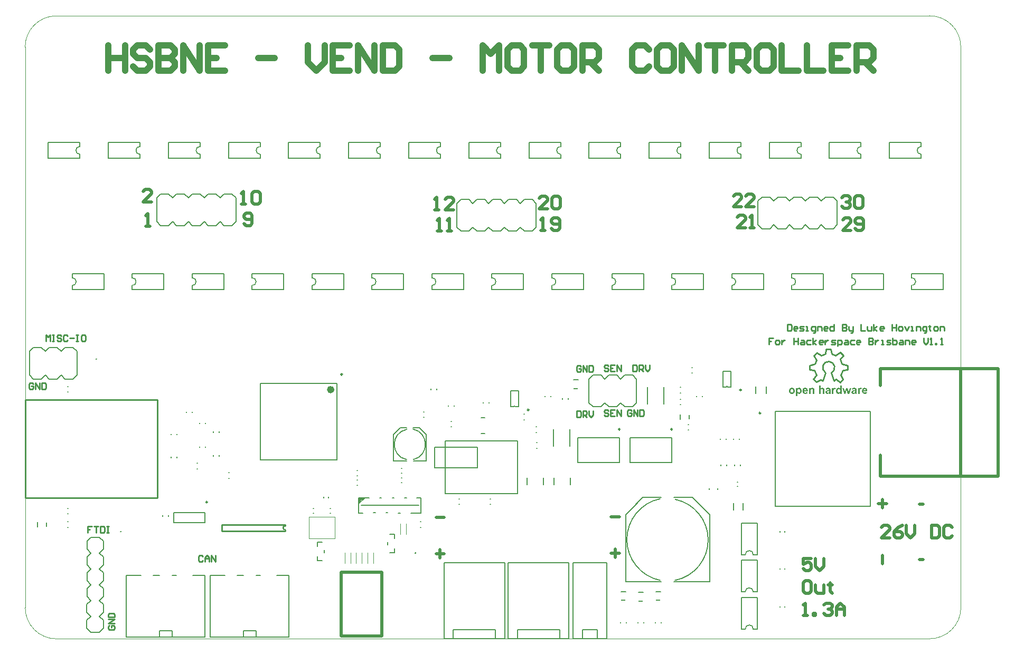
<source format=gto>
G04 Layer_Color=65535*
%FSLAX44Y44*%
%MOMM*%
G71*
G01*
G75*
%ADD51C,0.2540*%
%ADD52C,1.0000*%
%ADD53C,0.5000*%
%ADD63C,0.1000*%
%ADD81C,0.2500*%
%ADD82C,0.2000*%
%ADD83C,0.2032*%
%ADD84C,0.6000*%
%ADD85C,0.1016*%
%ADD86C,0.1524*%
%ADD87C,0.1520*%
%ADD88R,0.2540X0.7620*%
%ADD89R,0.7620X0.2540*%
G36*
X1346108Y-597125D02*
X1346284Y-597145D01*
X1346479Y-597184D01*
X1346713Y-597223D01*
X1346947Y-597281D01*
X1347201Y-597360D01*
X1347474Y-597438D01*
X1347747Y-597555D01*
X1348020Y-597691D01*
X1348293Y-597847D01*
X1348547Y-598042D01*
X1348800Y-598237D01*
X1349034Y-598491D01*
X1349054Y-598510D01*
X1349093Y-598549D01*
X1349151Y-598628D01*
X1349229Y-598745D01*
X1349307Y-598901D01*
X1349405Y-599076D01*
X1349522Y-599271D01*
X1349619Y-599525D01*
X1349737Y-599798D01*
X1349834Y-600110D01*
X1349932Y-600461D01*
X1350029Y-600832D01*
X1350088Y-601241D01*
X1350146Y-601671D01*
X1350185Y-602158D01*
Y-602665D01*
X1344041D01*
Y-602685D01*
Y-602705D01*
Y-602763D01*
X1344060Y-602841D01*
X1344079Y-603056D01*
X1344118Y-603290D01*
X1344196Y-603582D01*
X1344294Y-603855D01*
X1344431Y-604128D01*
X1344626Y-604382D01*
X1344645Y-604402D01*
X1344723Y-604480D01*
X1344840Y-604577D01*
X1345016Y-604675D01*
X1345211Y-604792D01*
X1345464Y-604889D01*
X1345738Y-604967D01*
X1346030Y-604987D01*
X1346128D01*
X1346245Y-604967D01*
X1346381Y-604948D01*
X1346518Y-604909D01*
X1346693Y-604850D01*
X1346850Y-604772D01*
X1347006Y-604675D01*
X1347025Y-604655D01*
X1347064Y-604616D01*
X1347142Y-604538D01*
X1347220Y-604421D01*
X1347318Y-604285D01*
X1347435Y-604109D01*
X1347532Y-603914D01*
X1347610Y-603660D01*
X1350049Y-604070D01*
Y-604090D01*
X1350029Y-604128D01*
X1349990Y-604207D01*
X1349951Y-604285D01*
X1349912Y-604402D01*
X1349834Y-604538D01*
X1349678Y-604831D01*
X1349464Y-605162D01*
X1349210Y-605494D01*
X1348898Y-605826D01*
X1348547Y-606118D01*
X1348527D01*
X1348508Y-606157D01*
X1348449Y-606177D01*
X1348371Y-606235D01*
X1348273Y-606274D01*
X1348137Y-606333D01*
X1347844Y-606469D01*
X1347474Y-606606D01*
X1347045Y-606703D01*
X1346557Y-606782D01*
X1346011Y-606820D01*
X1345913D01*
X1345777Y-606801D01*
X1345621D01*
X1345406Y-606762D01*
X1345191Y-606742D01*
X1344938Y-606684D01*
X1344665Y-606625D01*
X1344372Y-606547D01*
X1344079Y-606430D01*
X1343767Y-606313D01*
X1343475Y-606157D01*
X1343182Y-605982D01*
X1342909Y-605767D01*
X1342655Y-605513D01*
X1342421Y-605240D01*
Y-605221D01*
X1342382Y-605182D01*
X1342343Y-605104D01*
X1342285Y-605006D01*
X1342207Y-604889D01*
X1342129Y-604733D01*
X1342051Y-604558D01*
X1341973Y-604363D01*
X1341895Y-604148D01*
X1341817Y-603894D01*
X1341739Y-603641D01*
X1341661Y-603348D01*
X1341563Y-602724D01*
X1341543Y-602392D01*
X1341524Y-602041D01*
Y-602022D01*
Y-601944D01*
Y-601827D01*
X1341543Y-601651D01*
X1341563Y-601475D01*
X1341583Y-601241D01*
X1341622Y-600988D01*
X1341680Y-600734D01*
X1341817Y-600149D01*
X1341914Y-599856D01*
X1342031Y-599544D01*
X1342168Y-599252D01*
X1342324Y-598959D01*
X1342499Y-598686D01*
X1342714Y-598432D01*
X1342733Y-598413D01*
X1342773Y-598374D01*
X1342831Y-598315D01*
X1342929Y-598218D01*
X1343046Y-598120D01*
X1343202Y-598003D01*
X1343358Y-597886D01*
X1343553Y-597769D01*
X1343767Y-597652D01*
X1343982Y-597515D01*
X1344236Y-597418D01*
X1344509Y-597321D01*
X1344801Y-597223D01*
X1345094Y-597164D01*
X1345426Y-597125D01*
X1345757Y-597106D01*
X1345952D01*
X1346108Y-597125D01*
D02*
G37*
G36*
X1321061Y-606586D02*
X1318701D01*
X1317101Y-600617D01*
X1315521Y-606586D01*
X1313141D01*
X1310215Y-597301D01*
X1312595D01*
X1314331Y-603387D01*
X1315931Y-597301D01*
X1318311D01*
X1319852Y-603387D01*
X1321627Y-597301D01*
X1324046D01*
X1321061Y-606586D01*
D02*
G37*
G36*
X1250679Y-597125D02*
X1250855Y-597145D01*
X1251050Y-597184D01*
X1251284Y-597223D01*
X1251518Y-597281D01*
X1251771Y-597360D01*
X1252045Y-597438D01*
X1252318Y-597555D01*
X1252591Y-597691D01*
X1252864Y-597847D01*
X1253117Y-598042D01*
X1253371Y-598237D01*
X1253605Y-598491D01*
X1253625Y-598510D01*
X1253664Y-598549D01*
X1253722Y-598628D01*
X1253800Y-598745D01*
X1253878Y-598901D01*
X1253976Y-599076D01*
X1254093Y-599271D01*
X1254190Y-599525D01*
X1254307Y-599798D01*
X1254405Y-600110D01*
X1254502Y-600461D01*
X1254600Y-600832D01*
X1254659Y-601241D01*
X1254717Y-601671D01*
X1254756Y-602158D01*
Y-602665D01*
X1248611D01*
Y-602685D01*
Y-602705D01*
Y-602763D01*
X1248631Y-602841D01*
X1248650Y-603056D01*
X1248689Y-603290D01*
X1248767Y-603582D01*
X1248865Y-603855D01*
X1249001Y-604128D01*
X1249196Y-604382D01*
X1249216Y-604402D01*
X1249294Y-604480D01*
X1249411Y-604577D01*
X1249587Y-604675D01*
X1249782Y-604792D01*
X1250035Y-604889D01*
X1250308Y-604967D01*
X1250601Y-604987D01*
X1250698D01*
X1250816Y-604967D01*
X1250952Y-604948D01*
X1251089Y-604909D01*
X1251264Y-604850D01*
X1251420Y-604772D01*
X1251576Y-604675D01*
X1251596Y-604655D01*
X1251635Y-604616D01*
X1251713Y-604538D01*
X1251791Y-604421D01*
X1251889Y-604285D01*
X1252005Y-604109D01*
X1252103Y-603914D01*
X1252181Y-603660D01*
X1254620Y-604070D01*
Y-604090D01*
X1254600Y-604128D01*
X1254561Y-604207D01*
X1254522Y-604285D01*
X1254483Y-604402D01*
X1254405Y-604538D01*
X1254249Y-604831D01*
X1254034Y-605162D01*
X1253781Y-605494D01*
X1253468Y-605826D01*
X1253117Y-606118D01*
X1253098D01*
X1253078Y-606157D01*
X1253020Y-606177D01*
X1252942Y-606235D01*
X1252844Y-606274D01*
X1252708Y-606333D01*
X1252415Y-606469D01*
X1252045Y-606606D01*
X1251615Y-606703D01*
X1251128Y-606782D01*
X1250582Y-606820D01*
X1250484D01*
X1250347Y-606801D01*
X1250191D01*
X1249977Y-606762D01*
X1249762Y-606742D01*
X1249509Y-606684D01*
X1249236Y-606625D01*
X1248943Y-606547D01*
X1248650Y-606430D01*
X1248338Y-606313D01*
X1248046Y-606157D01*
X1247753Y-605982D01*
X1247480Y-605767D01*
X1247226Y-605513D01*
X1246992Y-605240D01*
Y-605221D01*
X1246953Y-605182D01*
X1246914Y-605104D01*
X1246856Y-605006D01*
X1246778Y-604889D01*
X1246700Y-604733D01*
X1246621Y-604558D01*
X1246544Y-604363D01*
X1246466Y-604148D01*
X1246387Y-603894D01*
X1246309Y-603641D01*
X1246231Y-603348D01*
X1246134Y-602724D01*
X1246114Y-602392D01*
X1246095Y-602041D01*
Y-602022D01*
Y-601944D01*
Y-601827D01*
X1246114Y-601651D01*
X1246134Y-601475D01*
X1246153Y-601241D01*
X1246192Y-600988D01*
X1246251Y-600734D01*
X1246387Y-600149D01*
X1246485Y-599856D01*
X1246602Y-599544D01*
X1246739Y-599252D01*
X1246895Y-598959D01*
X1247070Y-598686D01*
X1247285Y-598432D01*
X1247304Y-598413D01*
X1247343Y-598374D01*
X1247402Y-598315D01*
X1247499Y-598218D01*
X1247616Y-598120D01*
X1247772Y-598003D01*
X1247928Y-597886D01*
X1248124Y-597769D01*
X1248338Y-597652D01*
X1248553Y-597515D01*
X1248806Y-597418D01*
X1249079Y-597321D01*
X1249372Y-597223D01*
X1249665Y-597164D01*
X1249996Y-597125D01*
X1250328Y-597106D01*
X1250523D01*
X1250679Y-597125D01*
D02*
G37*
G36*
X1329352D02*
X1329508D01*
X1329878Y-597145D01*
X1330268Y-597203D01*
X1330678Y-597262D01*
X1331068Y-597360D01*
X1331244Y-597418D01*
X1331400Y-597496D01*
X1331439Y-597515D01*
X1331536Y-597574D01*
X1331673Y-597652D01*
X1331848Y-597769D01*
X1332024Y-597906D01*
X1332219Y-598081D01*
X1332395Y-598276D01*
X1332531Y-598491D01*
X1332551Y-598510D01*
X1332590Y-598608D01*
X1332629Y-598764D01*
X1332707Y-598998D01*
X1332726Y-599135D01*
X1332765Y-599291D01*
X1332785Y-599466D01*
X1332804Y-599681D01*
X1332824Y-599895D01*
X1332843Y-600149D01*
X1332863Y-600403D01*
Y-600695D01*
X1332824Y-603543D01*
Y-603563D01*
Y-603602D01*
Y-603660D01*
Y-603738D01*
Y-603953D01*
X1332843Y-604226D01*
Y-604519D01*
X1332882Y-604831D01*
X1332902Y-605104D01*
X1332941Y-605357D01*
Y-605377D01*
X1332960Y-605455D01*
X1332999Y-605572D01*
X1333038Y-605728D01*
X1333097Y-605904D01*
X1333175Y-606118D01*
X1333273Y-606333D01*
X1333389Y-606586D01*
X1330971D01*
Y-606567D01*
X1330951Y-606547D01*
X1330932Y-606489D01*
X1330912Y-606411D01*
X1330873Y-606313D01*
X1330815Y-606196D01*
X1330776Y-606040D01*
X1330717Y-605884D01*
Y-605865D01*
Y-605845D01*
X1330678Y-605767D01*
X1330659Y-605670D01*
X1330639Y-605592D01*
X1330620Y-605611D01*
X1330522Y-605689D01*
X1330405Y-605806D01*
X1330229Y-605943D01*
X1330034Y-606099D01*
X1329800Y-606255D01*
X1329566Y-606391D01*
X1329293Y-606528D01*
X1329254Y-606547D01*
X1329176Y-606567D01*
X1329020Y-606625D01*
X1328825Y-606664D01*
X1328610Y-606723D01*
X1328357Y-606782D01*
X1328064Y-606801D01*
X1327771Y-606820D01*
X1327635D01*
X1327537Y-606801D01*
X1327420D01*
X1327264Y-606782D01*
X1326952Y-606723D01*
X1326582Y-606625D01*
X1326211Y-606508D01*
X1325840Y-606313D01*
X1325509Y-606060D01*
X1325470Y-606021D01*
X1325372Y-605923D01*
X1325255Y-605748D01*
X1325099Y-605513D01*
X1324943Y-605221D01*
X1324826Y-604889D01*
X1324728Y-604499D01*
X1324689Y-604070D01*
Y-604031D01*
Y-603933D01*
X1324709Y-603797D01*
X1324728Y-603602D01*
X1324787Y-603387D01*
X1324845Y-603153D01*
X1324943Y-602919D01*
X1325060Y-602685D01*
X1325079Y-602665D01*
X1325138Y-602587D01*
X1325216Y-602470D01*
X1325333Y-602334D01*
X1325470Y-602178D01*
X1325645Y-602022D01*
X1325860Y-601866D01*
X1326094Y-601729D01*
X1326133Y-601710D01*
X1326230Y-601671D01*
X1326387Y-601612D01*
X1326601Y-601534D01*
X1326874Y-601437D01*
X1327206Y-601339D01*
X1327596Y-601241D01*
X1328045Y-601144D01*
X1328064D01*
X1328123Y-601124D01*
X1328201Y-601105D01*
X1328318Y-601085D01*
X1328474Y-601066D01*
X1328630Y-601027D01*
X1329000Y-600949D01*
X1329391Y-600851D01*
X1329781Y-600754D01*
X1330151Y-600656D01*
X1330307Y-600598D01*
X1330444Y-600539D01*
Y-600305D01*
Y-600266D01*
Y-600188D01*
X1330424Y-600071D01*
X1330405Y-599915D01*
X1330366Y-599739D01*
X1330288Y-599583D01*
X1330210Y-599427D01*
X1330093Y-599291D01*
X1330073Y-599271D01*
X1330015Y-599232D01*
X1329937Y-599193D01*
X1329800Y-599135D01*
X1329625Y-599076D01*
X1329391Y-599018D01*
X1329098Y-598998D01*
X1328766Y-598979D01*
X1328649D01*
X1328532Y-598998D01*
X1328396Y-599018D01*
X1328045Y-599096D01*
X1327888Y-599154D01*
X1327732Y-599252D01*
X1327713Y-599271D01*
X1327674Y-599310D01*
X1327596Y-599369D01*
X1327518Y-599466D01*
X1327420Y-599583D01*
X1327323Y-599739D01*
X1327225Y-599934D01*
X1327147Y-600149D01*
X1324943Y-599739D01*
Y-599720D01*
X1324962Y-599681D01*
X1324982Y-599603D01*
X1325021Y-599525D01*
X1325119Y-599291D01*
X1325235Y-598998D01*
X1325411Y-598666D01*
X1325645Y-598354D01*
X1325918Y-598042D01*
X1326230Y-597769D01*
X1326250D01*
X1326269Y-597750D01*
X1326328Y-597711D01*
X1326406Y-597672D01*
X1326503Y-597613D01*
X1326620Y-597555D01*
X1326757Y-597496D01*
X1326913Y-597438D01*
X1327089Y-597379D01*
X1327303Y-597321D01*
X1327518Y-597262D01*
X1327771Y-597203D01*
X1328025Y-597164D01*
X1328318Y-597125D01*
X1328610Y-597106D01*
X1329215D01*
X1329352Y-597125D01*
D02*
G37*
G36*
X1287606D02*
X1287762D01*
X1288133Y-597145D01*
X1288523Y-597203D01*
X1288933Y-597262D01*
X1289323Y-597360D01*
X1289498Y-597418D01*
X1289654Y-597496D01*
X1289693Y-597515D01*
X1289791Y-597574D01*
X1289928Y-597652D01*
X1290103Y-597769D01*
X1290279Y-597906D01*
X1290474Y-598081D01*
X1290649Y-598276D01*
X1290786Y-598491D01*
X1290805Y-598510D01*
X1290844Y-598608D01*
X1290883Y-598764D01*
X1290961Y-598998D01*
X1290981Y-599135D01*
X1291020Y-599291D01*
X1291039Y-599466D01*
X1291059Y-599681D01*
X1291078Y-599895D01*
X1291098Y-600149D01*
X1291117Y-600403D01*
Y-600695D01*
X1291078Y-603543D01*
Y-603563D01*
Y-603602D01*
Y-603660D01*
Y-603738D01*
Y-603953D01*
X1291098Y-604226D01*
Y-604519D01*
X1291137Y-604831D01*
X1291156Y-605104D01*
X1291196Y-605357D01*
Y-605377D01*
X1291215Y-605455D01*
X1291254Y-605572D01*
X1291293Y-605728D01*
X1291351Y-605904D01*
X1291429Y-606118D01*
X1291527Y-606333D01*
X1291644Y-606586D01*
X1289225D01*
Y-606567D01*
X1289206Y-606547D01*
X1289186Y-606489D01*
X1289167Y-606411D01*
X1289128Y-606313D01*
X1289069Y-606196D01*
X1289030Y-606040D01*
X1288972Y-605884D01*
Y-605865D01*
Y-605845D01*
X1288933Y-605767D01*
X1288913Y-605670D01*
X1288894Y-605592D01*
X1288874Y-605611D01*
X1288777Y-605689D01*
X1288660Y-605806D01*
X1288484Y-605943D01*
X1288289Y-606099D01*
X1288055Y-606255D01*
X1287821Y-606391D01*
X1287548Y-606528D01*
X1287509Y-606547D01*
X1287431Y-606567D01*
X1287274Y-606625D01*
X1287079Y-606664D01*
X1286865Y-606723D01*
X1286611Y-606782D01*
X1286319Y-606801D01*
X1286026Y-606820D01*
X1285889D01*
X1285792Y-606801D01*
X1285675D01*
X1285519Y-606782D01*
X1285207Y-606723D01*
X1284836Y-606625D01*
X1284465Y-606508D01*
X1284095Y-606313D01*
X1283763Y-606060D01*
X1283724Y-606021D01*
X1283627Y-605923D01*
X1283510Y-605748D01*
X1283354Y-605513D01*
X1283197Y-605221D01*
X1283080Y-604889D01*
X1282983Y-604499D01*
X1282944Y-604070D01*
Y-604031D01*
Y-603933D01*
X1282963Y-603797D01*
X1282983Y-603602D01*
X1283042Y-603387D01*
X1283100Y-603153D01*
X1283197Y-602919D01*
X1283315Y-602685D01*
X1283334Y-602665D01*
X1283393Y-602587D01*
X1283471Y-602470D01*
X1283588Y-602334D01*
X1283724Y-602178D01*
X1283900Y-602022D01*
X1284114Y-601866D01*
X1284348Y-601729D01*
X1284387Y-601710D01*
X1284485Y-601671D01*
X1284641Y-601612D01*
X1284856Y-601534D01*
X1285129Y-601437D01*
X1285460Y-601339D01*
X1285851Y-601241D01*
X1286299Y-601144D01*
X1286319D01*
X1286377Y-601124D01*
X1286455Y-601105D01*
X1286572Y-601085D01*
X1286728Y-601066D01*
X1286884Y-601027D01*
X1287255Y-600949D01*
X1287645Y-600851D01*
X1288035Y-600754D01*
X1288406Y-600656D01*
X1288562Y-600598D01*
X1288698Y-600539D01*
Y-600305D01*
Y-600266D01*
Y-600188D01*
X1288679Y-600071D01*
X1288660Y-599915D01*
X1288620Y-599739D01*
X1288542Y-599583D01*
X1288465Y-599427D01*
X1288347Y-599291D01*
X1288328Y-599271D01*
X1288269Y-599232D01*
X1288191Y-599193D01*
X1288055Y-599135D01*
X1287879Y-599076D01*
X1287645Y-599018D01*
X1287352Y-598998D01*
X1287021Y-598979D01*
X1286904D01*
X1286787Y-598998D01*
X1286650Y-599018D01*
X1286299Y-599096D01*
X1286143Y-599154D01*
X1285987Y-599252D01*
X1285968Y-599271D01*
X1285928Y-599310D01*
X1285851Y-599369D01*
X1285773Y-599466D01*
X1285675Y-599583D01*
X1285577Y-599739D01*
X1285480Y-599934D01*
X1285402Y-600149D01*
X1283197Y-599739D01*
Y-599720D01*
X1283217Y-599681D01*
X1283237Y-599603D01*
X1283275Y-599525D01*
X1283373Y-599291D01*
X1283490Y-598998D01*
X1283666Y-598666D01*
X1283900Y-598354D01*
X1284173Y-598042D01*
X1284485Y-597769D01*
X1284505D01*
X1284524Y-597750D01*
X1284583Y-597711D01*
X1284660Y-597672D01*
X1284758Y-597613D01*
X1284875Y-597555D01*
X1285012Y-597496D01*
X1285168Y-597438D01*
X1285343Y-597379D01*
X1285558Y-597321D01*
X1285773Y-597262D01*
X1286026Y-597203D01*
X1286280Y-597164D01*
X1286572Y-597125D01*
X1286865Y-597106D01*
X1287470D01*
X1287606Y-597125D01*
D02*
G37*
G36*
X1275102Y-598510D02*
X1275122Y-598491D01*
X1275161Y-598452D01*
X1275219Y-598374D01*
X1275317Y-598296D01*
X1275434Y-598179D01*
X1275551Y-598062D01*
X1275707Y-597945D01*
X1275902Y-597808D01*
X1276311Y-597555D01*
X1276780Y-597321D01*
X1277053Y-597242D01*
X1277326Y-597164D01*
X1277618Y-597125D01*
X1277911Y-597106D01*
X1278048D01*
X1278223Y-597125D01*
X1278418Y-597145D01*
X1278652Y-597184D01*
X1278925Y-597242D01*
X1279179Y-597321D01*
X1279433Y-597438D01*
X1279472Y-597457D01*
X1279550Y-597496D01*
X1279667Y-597555D01*
X1279823Y-597652D01*
X1279979Y-597769D01*
X1280154Y-597906D01*
X1280330Y-598062D01*
X1280466Y-598237D01*
X1280486Y-598257D01*
X1280525Y-598315D01*
X1280583Y-598432D01*
X1280662Y-598549D01*
X1280740Y-598725D01*
X1280818Y-598901D01*
X1280876Y-599115D01*
X1280935Y-599330D01*
Y-599349D01*
X1280954Y-599447D01*
X1280974Y-599583D01*
X1281013Y-599778D01*
X1281032Y-600032D01*
X1281052Y-600344D01*
X1281071Y-600734D01*
Y-601163D01*
Y-606586D01*
X1278613D01*
Y-601690D01*
Y-601671D01*
Y-601632D01*
Y-601553D01*
Y-601456D01*
Y-601202D01*
X1278594Y-600910D01*
X1278574Y-600598D01*
X1278555Y-600305D01*
X1278516Y-600051D01*
X1278477Y-599934D01*
X1278457Y-599856D01*
Y-599837D01*
X1278438Y-599778D01*
X1278399Y-599720D01*
X1278340Y-599622D01*
X1278204Y-599408D01*
X1278087Y-599310D01*
X1277970Y-599213D01*
X1277950Y-599193D01*
X1277911Y-599174D01*
X1277833Y-599135D01*
X1277736Y-599096D01*
X1277599Y-599057D01*
X1277443Y-599018D01*
X1277287Y-598979D01*
X1276994D01*
X1276877Y-598998D01*
X1276721Y-599018D01*
X1276565Y-599057D01*
X1276370Y-599115D01*
X1276194Y-599193D01*
X1275999Y-599291D01*
X1275980Y-599310D01*
X1275921Y-599349D01*
X1275843Y-599408D01*
X1275746Y-599505D01*
X1275629Y-599642D01*
X1275512Y-599798D01*
X1275414Y-599973D01*
X1275317Y-600188D01*
Y-600207D01*
X1275278Y-600305D01*
X1275258Y-600442D01*
X1275219Y-600617D01*
X1275180Y-600871D01*
X1275141Y-601183D01*
X1275122Y-601534D01*
X1275102Y-601944D01*
Y-606586D01*
X1272644D01*
Y-593770D01*
X1275102D01*
Y-598510D01*
D02*
G37*
G36*
X1298121Y-597125D02*
X1298335Y-597164D01*
X1298569Y-597223D01*
X1298862Y-597301D01*
X1299154Y-597418D01*
X1299447Y-597574D01*
X1298686Y-599720D01*
X1298667Y-599700D01*
X1298589Y-599661D01*
X1298452Y-599583D01*
X1298316Y-599505D01*
X1298121Y-599447D01*
X1297925Y-599369D01*
X1297730Y-599330D01*
X1297516Y-599310D01*
X1297438D01*
X1297340Y-599330D01*
X1297223Y-599349D01*
X1297087Y-599388D01*
X1296931Y-599427D01*
X1296774Y-599505D01*
X1296638Y-599603D01*
X1296618Y-599622D01*
X1296579Y-599661D01*
X1296521Y-599739D01*
X1296443Y-599837D01*
X1296345Y-599973D01*
X1296248Y-600168D01*
X1296150Y-600383D01*
X1296072Y-600637D01*
Y-600676D01*
X1296053Y-600715D01*
X1296033Y-600793D01*
Y-600871D01*
X1296014Y-600988D01*
X1295994Y-601144D01*
X1295975Y-601300D01*
X1295955Y-601495D01*
X1295936Y-601710D01*
X1295916Y-601963D01*
Y-602256D01*
X1295897Y-602568D01*
X1295877Y-602919D01*
Y-603309D01*
Y-603738D01*
Y-606586D01*
X1293419D01*
Y-597301D01*
X1295702D01*
Y-598608D01*
X1295721Y-598588D01*
X1295799Y-598471D01*
X1295916Y-598315D01*
X1296053Y-598120D01*
X1296209Y-597906D01*
X1296384Y-597711D01*
X1296579Y-597535D01*
X1296755Y-597398D01*
X1296774Y-597379D01*
X1296833Y-597360D01*
X1296931Y-597301D01*
X1297067Y-597242D01*
X1297223Y-597203D01*
X1297399Y-597145D01*
X1297594Y-597125D01*
X1297808Y-597106D01*
X1297945D01*
X1298121Y-597125D01*
D02*
G37*
G36*
X1339866D02*
X1340081Y-597164D01*
X1340315Y-597223D01*
X1340607Y-597301D01*
X1340900Y-597418D01*
X1341192Y-597574D01*
X1340432Y-599720D01*
X1340412Y-599700D01*
X1340334Y-599661D01*
X1340197Y-599583D01*
X1340061Y-599505D01*
X1339866Y-599447D01*
X1339671Y-599369D01*
X1339476Y-599330D01*
X1339261Y-599310D01*
X1339183D01*
X1339086Y-599330D01*
X1338969Y-599349D01*
X1338832Y-599388D01*
X1338676Y-599427D01*
X1338520Y-599505D01*
X1338383Y-599603D01*
X1338364Y-599622D01*
X1338325Y-599661D01*
X1338266Y-599739D01*
X1338188Y-599837D01*
X1338091Y-599973D01*
X1337993Y-600168D01*
X1337896Y-600383D01*
X1337818Y-600637D01*
Y-600676D01*
X1337798Y-600715D01*
X1337779Y-600793D01*
Y-600871D01*
X1337759Y-600988D01*
X1337740Y-601144D01*
X1337720Y-601300D01*
X1337701Y-601495D01*
X1337681Y-601710D01*
X1337662Y-601963D01*
Y-602256D01*
X1337642Y-602568D01*
X1337623Y-602919D01*
Y-603309D01*
Y-603738D01*
Y-606586D01*
X1335165D01*
Y-597301D01*
X1337447D01*
Y-598608D01*
X1337466Y-598588D01*
X1337545Y-598471D01*
X1337662Y-598315D01*
X1337798Y-598120D01*
X1337954Y-597906D01*
X1338130Y-597711D01*
X1338325Y-597535D01*
X1338500Y-597398D01*
X1338520Y-597379D01*
X1338578Y-597360D01*
X1338676Y-597301D01*
X1338813Y-597242D01*
X1338969Y-597203D01*
X1339144Y-597145D01*
X1339339Y-597125D01*
X1339554Y-597106D01*
X1339690D01*
X1339866Y-597125D01*
D02*
G37*
G36*
X1309005Y-606586D02*
X1306723D01*
Y-605240D01*
X1306704Y-605279D01*
X1306626Y-605377D01*
X1306489Y-605513D01*
X1306333Y-605689D01*
X1306138Y-605865D01*
X1305904Y-606079D01*
X1305650Y-606255D01*
X1305358Y-606430D01*
X1305319Y-606450D01*
X1305221Y-606489D01*
X1305085Y-606547D01*
X1304890Y-606625D01*
X1304655Y-606703D01*
X1304382Y-606762D01*
X1304109Y-606801D01*
X1303817Y-606820D01*
X1303661D01*
X1303544Y-606801D01*
X1303407Y-606782D01*
X1303251Y-606742D01*
X1302880Y-606664D01*
X1302451Y-606508D01*
X1302217Y-606411D01*
X1301983Y-606274D01*
X1301749Y-606138D01*
X1301534Y-605962D01*
X1301300Y-605767D01*
X1301086Y-605533D01*
X1301066Y-605513D01*
X1301047Y-605475D01*
X1300988Y-605396D01*
X1300910Y-605299D01*
X1300832Y-605162D01*
X1300735Y-605006D01*
X1300617Y-604811D01*
X1300520Y-604597D01*
X1300422Y-604363D01*
X1300305Y-604090D01*
X1300208Y-603797D01*
X1300130Y-603465D01*
X1300052Y-603134D01*
X1300013Y-602763D01*
X1299974Y-602353D01*
X1299954Y-601944D01*
Y-601924D01*
Y-601846D01*
Y-601710D01*
X1299974Y-601553D01*
X1299993Y-601358D01*
X1300013Y-601124D01*
X1300052Y-600871D01*
X1300091Y-600617D01*
X1300227Y-600032D01*
X1300422Y-599427D01*
X1300539Y-599135D01*
X1300695Y-598862D01*
X1300851Y-598588D01*
X1301047Y-598354D01*
X1301066Y-598335D01*
X1301105Y-598296D01*
X1301164Y-598237D01*
X1301242Y-598159D01*
X1301359Y-598062D01*
X1301495Y-597964D01*
X1301651Y-597847D01*
X1301807Y-597730D01*
X1302003Y-597613D01*
X1302217Y-597496D01*
X1302705Y-597301D01*
X1302958Y-597223D01*
X1303251Y-597164D01*
X1303544Y-597125D01*
X1303856Y-597106D01*
X1304012D01*
X1304109Y-597125D01*
X1304246Y-597145D01*
X1304402Y-597184D01*
X1304772Y-597262D01*
X1305182Y-597418D01*
X1305416Y-597535D01*
X1305650Y-597652D01*
X1305865Y-597808D01*
X1306099Y-597984D01*
X1306333Y-598179D01*
X1306548Y-598413D01*
Y-593770D01*
X1309005D01*
Y-606586D01*
D02*
G37*
G36*
X1229514Y-597125D02*
X1229689Y-597145D01*
X1229904Y-597184D01*
X1230118Y-597223D01*
X1230372Y-597281D01*
X1230645Y-597360D01*
X1230918Y-597438D01*
X1231211Y-597555D01*
X1231484Y-597691D01*
X1231777Y-597847D01*
X1232069Y-598042D01*
X1232342Y-598237D01*
X1232596Y-598491D01*
X1232615Y-598510D01*
X1232654Y-598549D01*
X1232713Y-598628D01*
X1232810Y-598745D01*
X1232908Y-598862D01*
X1233025Y-599037D01*
X1233142Y-599213D01*
X1233279Y-599427D01*
X1233396Y-599681D01*
X1233513Y-599934D01*
X1233630Y-600227D01*
X1233727Y-600520D01*
X1233825Y-600851D01*
X1233883Y-601202D01*
X1233922Y-601553D01*
X1233942Y-601944D01*
Y-601963D01*
Y-602041D01*
Y-602139D01*
X1233922Y-602295D01*
X1233903Y-602470D01*
X1233864Y-602685D01*
X1233825Y-602919D01*
X1233766Y-603173D01*
X1233708Y-603446D01*
X1233610Y-603719D01*
X1233493Y-604011D01*
X1233376Y-604304D01*
X1233201Y-604597D01*
X1233025Y-604889D01*
X1232810Y-605162D01*
X1232576Y-605435D01*
X1232557Y-605455D01*
X1232518Y-605494D01*
X1232440Y-605572D01*
X1232342Y-605650D01*
X1232206Y-605748D01*
X1232050Y-605865D01*
X1231855Y-606001D01*
X1231640Y-606118D01*
X1231406Y-606255D01*
X1231152Y-606391D01*
X1230879Y-606508D01*
X1230567Y-606606D01*
X1230255Y-606684D01*
X1229904Y-606762D01*
X1229533Y-606801D01*
X1229163Y-606820D01*
X1228948D01*
X1228831Y-606801D01*
X1228694Y-606782D01*
X1228382Y-606742D01*
X1228012Y-606684D01*
X1227602Y-606586D01*
X1227173Y-606450D01*
X1226744Y-606255D01*
X1226724D01*
X1226685Y-606235D01*
X1226627Y-606196D01*
X1226549Y-606138D01*
X1226354Y-606001D01*
X1226100Y-605826D01*
X1225807Y-605592D01*
X1225515Y-605299D01*
X1225242Y-604948D01*
X1224988Y-604558D01*
Y-604538D01*
X1224968Y-604499D01*
X1224930Y-604441D01*
X1224891Y-604363D01*
X1224852Y-604245D01*
X1224812Y-604128D01*
X1224754Y-603972D01*
X1224695Y-603797D01*
X1224598Y-603407D01*
X1224500Y-602938D01*
X1224422Y-602412D01*
X1224403Y-601846D01*
Y-601827D01*
Y-601788D01*
Y-601729D01*
X1224422Y-601632D01*
Y-601534D01*
X1224442Y-601398D01*
X1224481Y-601085D01*
X1224539Y-600715D01*
X1224656Y-600325D01*
X1224793Y-599895D01*
X1224988Y-599466D01*
Y-599447D01*
X1225007Y-599408D01*
X1225046Y-599349D01*
X1225105Y-599271D01*
X1225242Y-599076D01*
X1225437Y-598823D01*
X1225671Y-598530D01*
X1225963Y-598237D01*
X1226295Y-597964D01*
X1226685Y-597711D01*
X1226705D01*
X1226744Y-597691D01*
X1226802Y-597652D01*
X1226880Y-597613D01*
X1226978Y-597574D01*
X1227114Y-597515D01*
X1227407Y-597398D01*
X1227778Y-597301D01*
X1228207Y-597203D01*
X1228655Y-597125D01*
X1229163Y-597106D01*
X1229358D01*
X1229514Y-597125D01*
D02*
G37*
G36*
X1241257D02*
X1241394Y-597145D01*
X1241550Y-597164D01*
X1241940Y-597262D01*
X1242369Y-597418D01*
X1242603Y-597515D01*
X1242837Y-597652D01*
X1243052Y-597789D01*
X1243286Y-597964D01*
X1243520Y-598159D01*
X1243734Y-598393D01*
X1243754Y-598413D01*
X1243793Y-598452D01*
X1243832Y-598530D01*
X1243910Y-598628D01*
X1243988Y-598764D01*
X1244086Y-598920D01*
X1244203Y-599096D01*
X1244300Y-599310D01*
X1244398Y-599544D01*
X1244515Y-599817D01*
X1244612Y-600110D01*
X1244690Y-600422D01*
X1244768Y-600754D01*
X1244827Y-601124D01*
X1244846Y-601515D01*
X1244866Y-601924D01*
Y-601944D01*
Y-602022D01*
Y-602139D01*
X1244846Y-602314D01*
X1244827Y-602509D01*
X1244807Y-602724D01*
X1244768Y-602978D01*
X1244729Y-603251D01*
X1244593Y-603816D01*
X1244495Y-604128D01*
X1244378Y-604421D01*
X1244242Y-604714D01*
X1244105Y-605006D01*
X1243910Y-605279D01*
X1243715Y-605533D01*
X1243695Y-605552D01*
X1243656Y-605592D01*
X1243598Y-605650D01*
X1243520Y-605728D01*
X1243403Y-605826D01*
X1243266Y-605943D01*
X1243110Y-606060D01*
X1242954Y-606177D01*
X1242544Y-606411D01*
X1242076Y-606625D01*
X1241823Y-606703D01*
X1241550Y-606762D01*
X1241257Y-606801D01*
X1240964Y-606820D01*
X1240828D01*
X1240691Y-606801D01*
X1240516Y-606782D01*
X1240301Y-606742D01*
X1240067Y-606703D01*
X1239814Y-606625D01*
X1239579Y-606528D01*
X1239560Y-606508D01*
X1239462Y-606469D01*
X1239345Y-606391D01*
X1239189Y-606274D01*
X1238994Y-606138D01*
X1238760Y-605943D01*
X1238526Y-605728D01*
X1238272Y-605475D01*
Y-610137D01*
X1235815D01*
Y-597301D01*
X1238097D01*
Y-598666D01*
X1238116Y-598628D01*
X1238175Y-598549D01*
X1238272Y-598432D01*
X1238409Y-598276D01*
X1238585Y-598101D01*
X1238780Y-597906D01*
X1239014Y-597730D01*
X1239287Y-597555D01*
X1239326Y-597535D01*
X1239423Y-597477D01*
X1239579Y-597418D01*
X1239794Y-597321D01*
X1240028Y-597242D01*
X1240321Y-597184D01*
X1240652Y-597125D01*
X1240984Y-597106D01*
X1241140D01*
X1241257Y-597125D01*
D02*
G37*
G36*
X1262344D02*
X1262539Y-597145D01*
X1262774Y-597184D01*
X1263027Y-597223D01*
X1263281Y-597301D01*
X1263534Y-597398D01*
X1263573Y-597418D01*
X1263651Y-597457D01*
X1263768Y-597515D01*
X1263905Y-597594D01*
X1264081Y-597711D01*
X1264237Y-597847D01*
X1264412Y-597984D01*
X1264549Y-598159D01*
X1264568Y-598179D01*
X1264607Y-598237D01*
X1264666Y-598335D01*
X1264744Y-598452D01*
X1264822Y-598608D01*
X1264900Y-598783D01*
X1264978Y-598979D01*
X1265036Y-599193D01*
Y-599213D01*
X1265056Y-599291D01*
X1265075Y-599427D01*
X1265114Y-599603D01*
X1265134Y-599837D01*
X1265153Y-600130D01*
X1265173Y-600461D01*
Y-600832D01*
Y-606586D01*
X1262715D01*
Y-601866D01*
Y-601846D01*
Y-601807D01*
Y-601729D01*
Y-601632D01*
Y-601495D01*
Y-601358D01*
X1262695Y-601066D01*
X1262676Y-600734D01*
X1262637Y-600422D01*
X1262598Y-600149D01*
X1262578Y-600032D01*
X1262539Y-599934D01*
Y-599915D01*
X1262520Y-599856D01*
X1262481Y-599778D01*
X1262422Y-599681D01*
X1262266Y-599447D01*
X1262032Y-599232D01*
X1262013Y-599213D01*
X1261974Y-599193D01*
X1261896Y-599154D01*
X1261798Y-599096D01*
X1261681Y-599057D01*
X1261525Y-599018D01*
X1261369Y-598998D01*
X1261193Y-598979D01*
X1261076D01*
X1260959Y-598998D01*
X1260803Y-599018D01*
X1260628Y-599057D01*
X1260433Y-599135D01*
X1260238Y-599213D01*
X1260042Y-599330D01*
X1260023Y-599349D01*
X1259964Y-599388D01*
X1259886Y-599466D01*
X1259769Y-599583D01*
X1259672Y-599720D01*
X1259555Y-599876D01*
X1259438Y-600051D01*
X1259360Y-600266D01*
Y-600286D01*
X1259340Y-600383D01*
X1259301Y-600520D01*
X1259282Y-600734D01*
X1259262Y-600871D01*
X1259243Y-601027D01*
X1259223Y-601202D01*
X1259204Y-601398D01*
Y-601612D01*
X1259184Y-601846D01*
Y-602119D01*
Y-602392D01*
Y-606586D01*
X1256726D01*
Y-597301D01*
X1259009D01*
Y-598666D01*
X1259028Y-598647D01*
X1259067Y-598608D01*
X1259126Y-598530D01*
X1259223Y-598413D01*
X1259340Y-598296D01*
X1259496Y-598179D01*
X1259652Y-598023D01*
X1259847Y-597886D01*
X1260062Y-597750D01*
X1260276Y-597594D01*
X1260530Y-597477D01*
X1260803Y-597340D01*
X1261096Y-597242D01*
X1261388Y-597164D01*
X1261720Y-597125D01*
X1262052Y-597106D01*
X1262188D01*
X1262344Y-597125D01*
D02*
G37*
%LPC*%
G36*
X1345913Y-598979D02*
X1345777D01*
X1345640Y-599018D01*
X1345445Y-599057D01*
X1345230Y-599135D01*
X1345016Y-599232D01*
X1344801Y-599388D01*
X1344587Y-599583D01*
X1344567Y-599603D01*
X1344509Y-599681D01*
X1344431Y-599817D01*
X1344333Y-599993D01*
X1344236Y-600227D01*
X1344158Y-600500D01*
X1344099Y-600812D01*
X1344079Y-601163D01*
X1347747D01*
Y-601144D01*
Y-601124D01*
Y-601066D01*
X1347727Y-600988D01*
X1347708Y-600793D01*
X1347669Y-600559D01*
X1347591Y-600305D01*
X1347493Y-600032D01*
X1347357Y-599778D01*
X1347181Y-599544D01*
X1347162Y-599525D01*
X1347084Y-599447D01*
X1346986Y-599369D01*
X1346830Y-599252D01*
X1346654Y-599154D01*
X1346440Y-599057D01*
X1346186Y-598998D01*
X1345913Y-598979D01*
D02*
G37*
G36*
X1250484D02*
X1250347D01*
X1250211Y-599018D01*
X1250016Y-599057D01*
X1249801Y-599135D01*
X1249587Y-599232D01*
X1249372Y-599388D01*
X1249157Y-599583D01*
X1249138Y-599603D01*
X1249079Y-599681D01*
X1249001Y-599817D01*
X1248904Y-599993D01*
X1248806Y-600227D01*
X1248728Y-600500D01*
X1248670Y-600812D01*
X1248650Y-601163D01*
X1252318D01*
Y-601144D01*
Y-601124D01*
Y-601066D01*
X1252298Y-600988D01*
X1252279Y-600793D01*
X1252240Y-600559D01*
X1252162Y-600305D01*
X1252064Y-600032D01*
X1251927Y-599778D01*
X1251752Y-599544D01*
X1251732Y-599525D01*
X1251654Y-599447D01*
X1251557Y-599369D01*
X1251401Y-599252D01*
X1251225Y-599154D01*
X1251011Y-599057D01*
X1250757Y-598998D01*
X1250484Y-598979D01*
D02*
G37*
G36*
X1330444Y-602139D02*
X1330424D01*
X1330346Y-602178D01*
X1330229Y-602197D01*
X1330073Y-602256D01*
X1329859Y-602314D01*
X1329605Y-602373D01*
X1329293Y-602451D01*
X1328942Y-602529D01*
X1328903D01*
X1328786Y-602568D01*
X1328610Y-602607D01*
X1328396Y-602665D01*
X1328181Y-602724D01*
X1327947Y-602802D01*
X1327771Y-602880D01*
X1327615Y-602958D01*
X1327596Y-602978D01*
X1327537Y-603017D01*
X1327459Y-603095D01*
X1327381Y-603192D01*
X1327303Y-603309D01*
X1327225Y-603465D01*
X1327167Y-603621D01*
X1327147Y-603816D01*
Y-603836D01*
Y-603894D01*
X1327167Y-604011D01*
X1327186Y-604128D01*
X1327245Y-604265D01*
X1327303Y-604421D01*
X1327401Y-604577D01*
X1327518Y-604714D01*
X1327537Y-604733D01*
X1327596Y-604772D01*
X1327674Y-604831D01*
X1327791Y-604889D01*
X1327928Y-604967D01*
X1328103Y-605026D01*
X1328279Y-605065D01*
X1328493Y-605084D01*
X1328610D01*
X1328727Y-605065D01*
X1328903Y-605026D01*
X1329098Y-604987D01*
X1329312Y-604909D01*
X1329527Y-604792D01*
X1329761Y-604655D01*
X1329781Y-604636D01*
X1329839Y-604597D01*
X1329898Y-604519D01*
X1329995Y-604421D01*
X1330093Y-604304D01*
X1330190Y-604168D01*
X1330268Y-604011D01*
X1330346Y-603836D01*
Y-603816D01*
X1330366Y-603777D01*
X1330385Y-603699D01*
X1330405Y-603563D01*
Y-603407D01*
X1330424Y-603192D01*
X1330444Y-602958D01*
Y-602646D01*
Y-602139D01*
D02*
G37*
G36*
X1288698D02*
X1288679D01*
X1288601Y-602178D01*
X1288484Y-602197D01*
X1288328Y-602256D01*
X1288113Y-602314D01*
X1287860Y-602373D01*
X1287548Y-602451D01*
X1287197Y-602529D01*
X1287157D01*
X1287040Y-602568D01*
X1286865Y-602607D01*
X1286650Y-602665D01*
X1286436Y-602724D01*
X1286202Y-602802D01*
X1286026Y-602880D01*
X1285870Y-602958D01*
X1285851Y-602978D01*
X1285792Y-603017D01*
X1285714Y-603095D01*
X1285636Y-603192D01*
X1285558Y-603309D01*
X1285480Y-603465D01*
X1285421Y-603621D01*
X1285402Y-603816D01*
Y-603836D01*
Y-603894D01*
X1285421Y-604011D01*
X1285441Y-604128D01*
X1285499Y-604265D01*
X1285558Y-604421D01*
X1285655Y-604577D01*
X1285773Y-604714D01*
X1285792Y-604733D01*
X1285851Y-604772D01*
X1285928Y-604831D01*
X1286046Y-604889D01*
X1286182Y-604967D01*
X1286358Y-605026D01*
X1286533Y-605065D01*
X1286748Y-605084D01*
X1286865D01*
X1286982Y-605065D01*
X1287157Y-605026D01*
X1287352Y-604987D01*
X1287567Y-604909D01*
X1287782Y-604792D01*
X1288016Y-604655D01*
X1288035Y-604636D01*
X1288094Y-604597D01*
X1288152Y-604519D01*
X1288250Y-604421D01*
X1288347Y-604304D01*
X1288445Y-604168D01*
X1288523Y-604011D01*
X1288601Y-603836D01*
Y-603816D01*
X1288620Y-603777D01*
X1288640Y-603699D01*
X1288660Y-603563D01*
Y-603407D01*
X1288679Y-603192D01*
X1288698Y-602958D01*
Y-602646D01*
Y-602139D01*
D02*
G37*
G36*
X1304499Y-598979D02*
X1304460D01*
X1304363Y-598998D01*
X1304207Y-599018D01*
X1303992Y-599057D01*
X1303778Y-599154D01*
X1303524Y-599271D01*
X1303290Y-599447D01*
X1303056Y-599681D01*
X1303036Y-599720D01*
X1302958Y-599817D01*
X1302880Y-599973D01*
X1302763Y-600207D01*
X1302666Y-600500D01*
X1302568Y-600851D01*
X1302490Y-601280D01*
X1302471Y-601768D01*
Y-601788D01*
Y-601827D01*
Y-601905D01*
Y-602022D01*
X1302490Y-602139D01*
Y-602275D01*
X1302529Y-602607D01*
X1302568Y-602958D01*
X1302627Y-603309D01*
X1302724Y-603641D01*
X1302802Y-603797D01*
X1302861Y-603933D01*
Y-603953D01*
X1302880Y-603972D01*
X1302978Y-604090D01*
X1303114Y-604226D01*
X1303290Y-604402D01*
X1303524Y-604577D01*
X1303817Y-604733D01*
X1304148Y-604850D01*
X1304324Y-604870D01*
X1304519Y-604889D01*
X1304558D01*
X1304655Y-604870D01*
X1304812Y-604850D01*
X1305007Y-604792D01*
X1305241Y-604714D01*
X1305475Y-604577D01*
X1305709Y-604402D01*
X1305943Y-604168D01*
X1305962Y-604128D01*
X1306040Y-604031D01*
X1306138Y-603855D01*
X1306255Y-603621D01*
X1306353Y-603329D01*
X1306450Y-602958D01*
X1306528Y-602509D01*
X1306548Y-602002D01*
Y-601983D01*
Y-601924D01*
Y-601846D01*
Y-601749D01*
X1306528Y-601612D01*
X1306509Y-601456D01*
X1306470Y-601105D01*
X1306411Y-600734D01*
X1306294Y-600364D01*
X1306158Y-599993D01*
X1306060Y-599837D01*
X1305962Y-599700D01*
X1305943Y-599661D01*
X1305865Y-599583D01*
X1305728Y-599466D01*
X1305572Y-599330D01*
X1305358Y-599213D01*
X1305104Y-599096D01*
X1304812Y-599018D01*
X1304499Y-598979D01*
D02*
G37*
G36*
X1229163Y-599115D02*
X1229124D01*
X1229007Y-599135D01*
X1228831Y-599154D01*
X1228597Y-599213D01*
X1228343Y-599291D01*
X1228090Y-599427D01*
X1227817Y-599603D01*
X1227563Y-599856D01*
X1227543Y-599895D01*
X1227465Y-599993D01*
X1227368Y-600168D01*
X1227251Y-600403D01*
X1227114Y-600695D01*
X1227017Y-601066D01*
X1226939Y-601475D01*
X1226919Y-601963D01*
Y-601983D01*
Y-602022D01*
Y-602100D01*
X1226939Y-602197D01*
Y-602314D01*
X1226958Y-602431D01*
X1226997Y-602743D01*
X1227075Y-603095D01*
X1227192Y-603446D01*
X1227348Y-603777D01*
X1227563Y-604090D01*
X1227602Y-604128D01*
X1227680Y-604207D01*
X1227817Y-604324D01*
X1228012Y-604441D01*
X1228246Y-604577D01*
X1228519Y-604694D01*
X1228811Y-604772D01*
X1229163Y-604811D01*
X1229202D01*
X1229319Y-604792D01*
X1229494Y-604772D01*
X1229728Y-604714D01*
X1229982Y-604636D01*
X1230236Y-604499D01*
X1230509Y-604324D01*
X1230762Y-604090D01*
X1230782Y-604050D01*
X1230860Y-603953D01*
X1230977Y-603777D01*
X1231094Y-603543D01*
X1231211Y-603251D01*
X1231328Y-602880D01*
X1231406Y-602451D01*
X1231425Y-601963D01*
Y-601944D01*
Y-601905D01*
Y-601827D01*
Y-601729D01*
X1231406Y-601632D01*
X1231386Y-601495D01*
X1231347Y-601183D01*
X1231269Y-600851D01*
X1231152Y-600500D01*
X1230977Y-600168D01*
X1230762Y-599856D01*
X1230743Y-599817D01*
X1230645Y-599739D01*
X1230509Y-599622D01*
X1230313Y-599486D01*
X1230099Y-599349D01*
X1229826Y-599232D01*
X1229514Y-599154D01*
X1229163Y-599115D01*
D02*
G37*
G36*
X1240301Y-599037D02*
X1240262D01*
X1240145Y-599057D01*
X1239989Y-599076D01*
X1239774Y-599115D01*
X1239540Y-599213D01*
X1239306Y-599330D01*
X1239053Y-599505D01*
X1238819Y-599739D01*
X1238799Y-599778D01*
X1238721Y-599876D01*
X1238643Y-600032D01*
X1238526Y-600266D01*
X1238428Y-600559D01*
X1238331Y-600910D01*
X1238253Y-601319D01*
X1238233Y-601807D01*
Y-601827D01*
Y-601885D01*
Y-601963D01*
X1238253Y-602061D01*
Y-602197D01*
X1238272Y-602353D01*
X1238311Y-602685D01*
X1238390Y-603075D01*
X1238487Y-603446D01*
X1238643Y-603816D01*
X1238741Y-603972D01*
X1238838Y-604128D01*
X1238858Y-604168D01*
X1238955Y-604245D01*
X1239092Y-604363D01*
X1239267Y-604499D01*
X1239482Y-604636D01*
X1239735Y-604753D01*
X1240028Y-604831D01*
X1240360Y-604870D01*
X1240399D01*
X1240496Y-604850D01*
X1240652Y-604831D01*
X1240847Y-604792D01*
X1241081Y-604694D01*
X1241316Y-604577D01*
X1241550Y-604421D01*
X1241764Y-604187D01*
X1241784Y-604148D01*
X1241862Y-604050D01*
X1241959Y-603894D01*
X1242057Y-603641D01*
X1242174Y-603329D01*
X1242213Y-603153D01*
X1242252Y-602938D01*
X1242291Y-602724D01*
X1242330Y-602470D01*
X1242349Y-602217D01*
Y-601924D01*
Y-601905D01*
Y-601866D01*
Y-601788D01*
Y-601690D01*
X1242330Y-601553D01*
X1242310Y-601417D01*
X1242271Y-601105D01*
X1242213Y-600754D01*
X1242096Y-600383D01*
X1241959Y-600051D01*
X1241764Y-599759D01*
X1241745Y-599720D01*
X1241667Y-599642D01*
X1241530Y-599525D01*
X1241355Y-599388D01*
X1241160Y-599271D01*
X1240906Y-599154D01*
X1240613Y-599076D01*
X1240301Y-599037D01*
D02*
G37*
%LPD*%
D51*
X1148080Y-600710D02*
G03*
X1148080Y-600710I-1270J0D01*
G01*
X807720Y-632460D02*
G03*
X807720Y-632460I-1270J0D01*
G01*
X1292403Y-573176D02*
G03*
X1282954Y-572770I-4362J8635D01*
G01*
X416560Y-818695D02*
G03*
X416560Y-825045I0J-3175D01*
G01*
X1278890Y-585470D02*
X1282954Y-572770D01*
X1275080Y-584200D02*
X1278890Y-585470D01*
X1268730Y-587908D02*
X1275080Y-584200D01*
X1263650Y-582930D02*
X1268730Y-587908D01*
X1263650Y-582930D02*
X1268730Y-576580D01*
X1264920Y-568960D02*
X1268730Y-576580D01*
X1257300Y-567690D02*
X1264920Y-568960D01*
X1257300Y-567690D02*
Y-561340D01*
X1266190Y-558800D01*
X1268425Y-552399D01*
X1264285Y-545592D02*
X1268425Y-552399D01*
X1264285Y-545592D02*
X1269213Y-540664D01*
X1276198Y-545135D01*
X1282700Y-542493D01*
X1283970Y-534721D01*
X1291590Y-534670D01*
X1292860Y-542341D01*
X1299210Y-544830D01*
X1306779Y-539699D01*
X1311910Y-544830D01*
X1306830Y-551180D02*
X1311910Y-544830D01*
X1306830Y-551180D02*
X1309370Y-558800D01*
X1318260Y-561340D01*
Y-567690D02*
Y-561340D01*
X1310640Y-568960D02*
X1318260Y-567690D01*
X1307338Y-576732D02*
X1310640Y-568960D01*
X1307338Y-576732D02*
X1311250Y-582879D01*
X1306830Y-588010D02*
X1311250Y-582879D01*
X1299845Y-583590D02*
X1306830Y-588010D01*
X1296670Y-585470D02*
X1299845Y-583590D01*
X1292403Y-573176D02*
X1296670Y-585470D01*
X-50Y-773420D02*
X211950D01*
X-50Y-615920D02*
X211950D01*
X-50Y-773420D02*
Y-615920D01*
X211950Y-773420D02*
Y-615920D01*
X314960Y-816610D02*
X416560D01*
X314960Y-827130D02*
Y-816610D01*
Y-827130D02*
X416560D01*
Y-825045D01*
Y-818695D02*
Y-816610D01*
X1199194Y-517053D02*
X1192530D01*
Y-522052D01*
X1195862D01*
X1192530D01*
Y-527050D01*
X1204193D02*
X1207525D01*
X1209191Y-525384D01*
Y-522052D01*
X1207525Y-520386D01*
X1204193D01*
X1202527Y-522052D01*
Y-525384D01*
X1204193Y-527050D01*
X1212524Y-520386D02*
Y-527050D01*
Y-523718D01*
X1214190Y-522052D01*
X1215856Y-520386D01*
X1217522D01*
X1232517Y-517053D02*
Y-527050D01*
Y-522052D01*
X1239182D01*
Y-517053D01*
Y-527050D01*
X1244180Y-520386D02*
X1247512D01*
X1249178Y-522052D01*
Y-527050D01*
X1244180D01*
X1242514Y-525384D01*
X1244180Y-523718D01*
X1249178D01*
X1259175Y-520386D02*
X1254177D01*
X1252511Y-522052D01*
Y-525384D01*
X1254177Y-527050D01*
X1259175D01*
X1262507D02*
Y-517053D01*
Y-523718D02*
X1267506Y-520386D01*
X1262507Y-523718D02*
X1267506Y-527050D01*
X1277503D02*
X1274170D01*
X1272504Y-525384D01*
Y-522052D01*
X1274170Y-520386D01*
X1277503D01*
X1279169Y-522052D01*
Y-523718D01*
X1272504D01*
X1282501Y-520386D02*
Y-527050D01*
Y-523718D01*
X1284167Y-522052D01*
X1285833Y-520386D01*
X1287499D01*
X1292498Y-527050D02*
X1297496D01*
X1299162Y-525384D01*
X1297496Y-523718D01*
X1294164D01*
X1292498Y-522052D01*
X1294164Y-520386D01*
X1299162D01*
X1302495Y-530382D02*
Y-520386D01*
X1307493D01*
X1309159Y-522052D01*
Y-525384D01*
X1307493Y-527050D01*
X1302495D01*
X1314158Y-520386D02*
X1317490D01*
X1319156Y-522052D01*
Y-527050D01*
X1314158D01*
X1312491Y-525384D01*
X1314158Y-523718D01*
X1319156D01*
X1329153Y-520386D02*
X1324154D01*
X1322488Y-522052D01*
Y-525384D01*
X1324154Y-527050D01*
X1329153D01*
X1337483D02*
X1334151D01*
X1332485Y-525384D01*
Y-522052D01*
X1334151Y-520386D01*
X1337483D01*
X1339149Y-522052D01*
Y-523718D01*
X1332485D01*
X1352478Y-517053D02*
Y-527050D01*
X1357477D01*
X1359143Y-525384D01*
Y-523718D01*
X1357477Y-522052D01*
X1352478D01*
X1357477D01*
X1359143Y-520386D01*
Y-518719D01*
X1357477Y-517053D01*
X1352478D01*
X1362475Y-520386D02*
Y-527050D01*
Y-523718D01*
X1364141Y-522052D01*
X1365807Y-520386D01*
X1367474D01*
X1372472Y-527050D02*
X1375804D01*
X1374138D01*
Y-520386D01*
X1372472D01*
X1380803Y-527050D02*
X1385801D01*
X1387467Y-525384D01*
X1385801Y-523718D01*
X1382469D01*
X1380803Y-522052D01*
X1382469Y-520386D01*
X1387467D01*
X1390800Y-517053D02*
Y-527050D01*
X1395798D01*
X1397464Y-525384D01*
Y-523718D01*
Y-522052D01*
X1395798Y-520386D01*
X1390800D01*
X1402462D02*
X1405795D01*
X1407461Y-522052D01*
Y-527050D01*
X1402462D01*
X1400796Y-525384D01*
X1402462Y-523718D01*
X1407461D01*
X1410793Y-527050D02*
Y-520386D01*
X1415791D01*
X1417457Y-522052D01*
Y-527050D01*
X1425788D02*
X1422456D01*
X1420790Y-525384D01*
Y-522052D01*
X1422456Y-520386D01*
X1425788D01*
X1427454Y-522052D01*
Y-523718D01*
X1420790D01*
X1440783Y-517053D02*
Y-523718D01*
X1444116Y-527050D01*
X1447448Y-523718D01*
Y-517053D01*
X1450780Y-527050D02*
X1454112D01*
X1452446D01*
Y-517053D01*
X1450780Y-518719D01*
X1459111Y-527050D02*
Y-525384D01*
X1460777D01*
Y-527050D01*
X1459111D01*
X1467441D02*
X1470774D01*
X1469108D01*
Y-517053D01*
X1467441Y-518719D01*
X1221740Y-495463D02*
Y-505460D01*
X1226738D01*
X1228404Y-503794D01*
Y-497129D01*
X1226738Y-495463D01*
X1221740D01*
X1236735Y-505460D02*
X1233403D01*
X1231737Y-503794D01*
Y-500462D01*
X1233403Y-498796D01*
X1236735D01*
X1238401Y-500462D01*
Y-502128D01*
X1231737D01*
X1241734Y-505460D02*
X1246732D01*
X1248398Y-503794D01*
X1246732Y-502128D01*
X1243400D01*
X1241734Y-500462D01*
X1243400Y-498796D01*
X1248398D01*
X1251730Y-505460D02*
X1255063D01*
X1253397D01*
Y-498796D01*
X1251730D01*
X1263393Y-508792D02*
X1265059D01*
X1266725Y-507126D01*
Y-498796D01*
X1261727D01*
X1260061Y-500462D01*
Y-503794D01*
X1261727Y-505460D01*
X1266725D01*
X1270058D02*
Y-498796D01*
X1275056D01*
X1276722Y-500462D01*
Y-505460D01*
X1285053D02*
X1281721D01*
X1280054Y-503794D01*
Y-500462D01*
X1281721Y-498796D01*
X1285053D01*
X1286719Y-500462D01*
Y-502128D01*
X1280054D01*
X1296716Y-495463D02*
Y-505460D01*
X1291718D01*
X1290051Y-503794D01*
Y-500462D01*
X1291718Y-498796D01*
X1296716D01*
X1310045Y-495463D02*
Y-505460D01*
X1315043D01*
X1316709Y-503794D01*
Y-502128D01*
X1315043Y-500462D01*
X1310045D01*
X1315043D01*
X1316709Y-498796D01*
Y-497129D01*
X1315043Y-495463D01*
X1310045D01*
X1320042Y-498796D02*
Y-503794D01*
X1321708Y-505460D01*
X1326706D01*
Y-507126D01*
X1325040Y-508792D01*
X1323374D01*
X1326706Y-505460D02*
Y-498796D01*
X1340035Y-495463D02*
Y-505460D01*
X1346700D01*
X1350032Y-498796D02*
Y-503794D01*
X1351698Y-505460D01*
X1356696D01*
Y-498796D01*
X1360029Y-505460D02*
Y-495463D01*
Y-502128D02*
X1365027Y-498796D01*
X1360029Y-502128D02*
X1365027Y-505460D01*
X1375024D02*
X1371692D01*
X1370026Y-503794D01*
Y-500462D01*
X1371692Y-498796D01*
X1375024D01*
X1376690Y-500462D01*
Y-502128D01*
X1370026D01*
X1390019Y-495463D02*
Y-505460D01*
Y-500462D01*
X1396684D01*
Y-495463D01*
Y-505460D01*
X1401682D02*
X1405014D01*
X1406680Y-503794D01*
Y-500462D01*
X1405014Y-498796D01*
X1401682D01*
X1400016Y-500462D01*
Y-503794D01*
X1401682Y-505460D01*
X1410013Y-498796D02*
X1413345Y-505460D01*
X1416677Y-498796D01*
X1420009Y-505460D02*
X1423342D01*
X1421676D01*
Y-498796D01*
X1420009D01*
X1428340Y-505460D02*
Y-498796D01*
X1433338D01*
X1435005Y-500462D01*
Y-505460D01*
X1441669Y-508792D02*
X1443335D01*
X1445001Y-507126D01*
Y-498796D01*
X1440003D01*
X1438337Y-500462D01*
Y-503794D01*
X1440003Y-505460D01*
X1445001D01*
X1450000Y-497129D02*
Y-498796D01*
X1448334D01*
X1451666D01*
X1450000D01*
Y-503794D01*
X1451666Y-505460D01*
X1458330D02*
X1461663D01*
X1463329Y-503794D01*
Y-500462D01*
X1461663Y-498796D01*
X1458330D01*
X1456664Y-500462D01*
Y-503794D01*
X1458330Y-505460D01*
X1466661D02*
Y-498796D01*
X1471660D01*
X1473326Y-500462D01*
Y-505460D01*
D52*
X133350Y-47643D02*
Y-87630D01*
Y-67636D01*
X160008D01*
Y-47643D01*
Y-87630D01*
X199995Y-54307D02*
X193331Y-47643D01*
X180002D01*
X173337Y-54307D01*
Y-60972D01*
X180002Y-67636D01*
X193331D01*
X199995Y-74301D01*
Y-80965D01*
X193331Y-87630D01*
X180002D01*
X173337Y-80965D01*
X213324Y-47643D02*
Y-87630D01*
X233318D01*
X239982Y-80965D01*
Y-74301D01*
X233318Y-67636D01*
X213324D01*
X233318D01*
X239982Y-60972D01*
Y-54307D01*
X233318Y-47643D01*
X213324D01*
X253311Y-87630D02*
Y-47643D01*
X279969Y-87630D01*
Y-47643D01*
X319956D02*
X293298D01*
Y-87630D01*
X319956D01*
X293298Y-67636D02*
X306627D01*
X373272D02*
X399930D01*
X453246Y-47643D02*
Y-74301D01*
X466576Y-87630D01*
X479905Y-74301D01*
Y-47643D01*
X519892D02*
X493234D01*
Y-87630D01*
X519892D01*
X493234Y-67636D02*
X506563D01*
X533221Y-87630D02*
Y-47643D01*
X559879Y-87630D01*
Y-47643D01*
X573208D02*
Y-87630D01*
X593201D01*
X599866Y-80965D01*
Y-54307D01*
X593201Y-47643D01*
X573208D01*
X653182Y-67636D02*
X679840D01*
X733156Y-87630D02*
Y-47643D01*
X746485Y-60972D01*
X759814Y-47643D01*
Y-87630D01*
X793137Y-47643D02*
X779808D01*
X773143Y-54307D01*
Y-80965D01*
X779808Y-87630D01*
X793137D01*
X799801Y-80965D01*
Y-54307D01*
X793137Y-47643D01*
X813130D02*
X839788D01*
X826459D01*
Y-87630D01*
X873111Y-47643D02*
X859782D01*
X853117Y-54307D01*
Y-80965D01*
X859782Y-87630D01*
X873111D01*
X879775Y-80965D01*
Y-54307D01*
X873111Y-47643D01*
X893104Y-87630D02*
Y-47643D01*
X913098D01*
X919762Y-54307D01*
Y-67636D01*
X913098Y-74301D01*
X893104D01*
X906433D02*
X919762Y-87630D01*
X999736Y-54307D02*
X993072Y-47643D01*
X979743D01*
X973078Y-54307D01*
Y-80965D01*
X979743Y-87630D01*
X993072D01*
X999736Y-80965D01*
X1033059Y-47643D02*
X1019730D01*
X1013065Y-54307D01*
Y-80965D01*
X1019730Y-87630D01*
X1033059D01*
X1039724Y-80965D01*
Y-54307D01*
X1033059Y-47643D01*
X1053053Y-87630D02*
Y-47643D01*
X1079711Y-87630D01*
Y-47643D01*
X1093040D02*
X1119698D01*
X1106369D01*
Y-87630D01*
X1133027D02*
Y-47643D01*
X1153020D01*
X1159685Y-54307D01*
Y-67636D01*
X1153020Y-74301D01*
X1133027D01*
X1146356D02*
X1159685Y-87630D01*
X1193007Y-47643D02*
X1179678D01*
X1173014Y-54307D01*
Y-80965D01*
X1179678Y-87630D01*
X1193007D01*
X1199672Y-80965D01*
Y-54307D01*
X1193007Y-47643D01*
X1213001D02*
Y-87630D01*
X1239659D01*
X1252988Y-47643D02*
Y-87630D01*
X1279646D01*
X1319633Y-47643D02*
X1292975D01*
Y-87630D01*
X1319633D01*
X1292975Y-67636D02*
X1306304D01*
X1332962Y-87630D02*
Y-47643D01*
X1352956D01*
X1359620Y-54307D01*
Y-67636D01*
X1352956Y-74301D01*
X1332962D01*
X1346291D02*
X1359620Y-87630D01*
D53*
X1559560Y-739140D02*
Y-566420D01*
X1499870Y-739140D02*
Y-566420D01*
X1559560D01*
X1499870Y-739140D02*
X1559560D01*
X1370838Y-566420D02*
X1499870D01*
X1370838Y-739140D02*
X1499870D01*
X1370838Y-593852D02*
Y-566420D01*
Y-739140D02*
Y-705612D01*
X1433470Y-783590D02*
X1439470D01*
X1433470Y-872490D02*
X1439470D01*
X506740Y-995630D02*
X571740D01*
X506740D02*
Y-893130D01*
X571740D01*
Y-995630D02*
Y-893130D01*
X671910Y-863672D02*
X658581D01*
X665246Y-870337D02*
Y-857008D01*
X671910Y-805017D02*
X658581D01*
X952580Y-862618D02*
X939251D01*
X945916Y-869283D02*
Y-855954D01*
X952580Y-803963D02*
X939251D01*
X1260389Y-870762D02*
X1247060D01*
Y-880759D01*
X1253725Y-877427D01*
X1257057D01*
X1260389Y-880759D01*
Y-887423D01*
X1257057Y-890755D01*
X1250392D01*
X1247060Y-887423D01*
X1267054Y-870762D02*
Y-884091D01*
X1273718Y-890755D01*
X1280383Y-884091D01*
Y-870762D01*
X1257057Y-906754D02*
X1250392D01*
X1247060Y-910087D01*
Y-923416D01*
X1250392Y-926748D01*
X1257057D01*
X1260389Y-923416D01*
Y-910087D01*
X1257057Y-906754D01*
X1267054Y-913419D02*
Y-923416D01*
X1270386Y-926748D01*
X1280383D01*
Y-913419D01*
X1290379Y-910087D02*
Y-913419D01*
X1287047D01*
X1293712D01*
X1290379D01*
Y-923416D01*
X1293712Y-926748D01*
X1247060Y-962740D02*
X1253725D01*
X1250392D01*
Y-942747D01*
X1247060Y-946079D01*
X1263721Y-962740D02*
Y-959408D01*
X1267054D01*
Y-962740D01*
X1263721D01*
X1280383Y-946079D02*
X1283715Y-942747D01*
X1290379D01*
X1293712Y-946079D01*
Y-949411D01*
X1290379Y-952743D01*
X1287047D01*
X1290379D01*
X1293712Y-956076D01*
Y-959408D01*
X1290379Y-962740D01*
X1283715D01*
X1280383Y-959408D01*
X1300376Y-962740D02*
Y-949411D01*
X1307041Y-942747D01*
X1313705Y-949411D01*
Y-962740D01*
Y-952743D01*
X1300376D01*
X1373977Y-866140D02*
Y-879469D01*
X1374303Y-789940D02*
Y-776611D01*
X1367639Y-783276D02*
X1380968D01*
X1386199Y-838200D02*
X1372870D01*
X1386199Y-824871D01*
Y-821539D01*
X1382867Y-818206D01*
X1376202D01*
X1372870Y-821539D01*
X1406193Y-818206D02*
X1399528Y-821539D01*
X1392864Y-828203D01*
Y-834868D01*
X1396196Y-838200D01*
X1402860D01*
X1406193Y-834868D01*
Y-831535D01*
X1402860Y-828203D01*
X1392864D01*
X1412857Y-818206D02*
Y-831535D01*
X1419522Y-838200D01*
X1426186Y-831535D01*
Y-818206D01*
X1452844D02*
Y-838200D01*
X1462841D01*
X1466173Y-834868D01*
Y-821539D01*
X1462841Y-818206D01*
X1452844D01*
X1486167Y-821539D02*
X1482835Y-818206D01*
X1476170D01*
X1472838Y-821539D01*
Y-834868D01*
X1476170Y-838200D01*
X1482835D01*
X1486167Y-834868D01*
X1309370Y-291949D02*
X1312702Y-288616D01*
X1319367D01*
X1322699Y-291949D01*
Y-295281D01*
X1319367Y-298613D01*
X1316035D01*
X1319367D01*
X1322699Y-301945D01*
Y-305278D01*
X1319367Y-308610D01*
X1312702D01*
X1309370Y-305278D01*
X1329364Y-291949D02*
X1332696Y-288616D01*
X1339360D01*
X1342693Y-291949D01*
Y-305278D01*
X1339360Y-308610D01*
X1332696D01*
X1329364Y-305278D01*
Y-291949D01*
X1323969Y-344170D02*
X1310640D01*
X1323969Y-330841D01*
Y-327509D01*
X1320637Y-324176D01*
X1313972D01*
X1310640Y-327509D01*
X1330634Y-340838D02*
X1333966Y-344170D01*
X1340630D01*
X1343963Y-340838D01*
Y-327509D01*
X1340630Y-324176D01*
X1333966D01*
X1330634Y-327509D01*
Y-330841D01*
X1333966Y-334173D01*
X1343963D01*
X1148709Y-306070D02*
X1135380D01*
X1148709Y-292741D01*
Y-289409D01*
X1145377Y-286076D01*
X1138712D01*
X1135380Y-289409D01*
X1168703Y-306070D02*
X1155374D01*
X1168703Y-292741D01*
Y-289409D01*
X1165370Y-286076D01*
X1158706D01*
X1155374Y-289409D01*
X1155059Y-340360D02*
X1141730D01*
X1155059Y-327031D01*
Y-323699D01*
X1151727Y-320366D01*
X1145062D01*
X1141730Y-323699D01*
X1161724Y-340360D02*
X1168388D01*
X1165056D01*
Y-320366D01*
X1161724Y-323699D01*
X837559Y-309880D02*
X824230D01*
X837559Y-296551D01*
Y-293219D01*
X834227Y-289886D01*
X827562D01*
X824230Y-293219D01*
X844224D02*
X847556Y-289886D01*
X854220D01*
X857553Y-293219D01*
Y-306548D01*
X854220Y-309880D01*
X847556D01*
X844224Y-306548D01*
Y-293219D01*
X826770Y-344170D02*
X833435D01*
X830102D01*
Y-324176D01*
X826770Y-327509D01*
X843431Y-340838D02*
X846764Y-344170D01*
X853428D01*
X856760Y-340838D01*
Y-327509D01*
X853428Y-324176D01*
X846764D01*
X843431Y-327509D01*
Y-330841D01*
X846764Y-334173D01*
X856760D01*
X656590Y-311150D02*
X663254D01*
X659922D01*
Y-291156D01*
X656590Y-294489D01*
X686580Y-311150D02*
X673251D01*
X686580Y-297821D01*
Y-294489D01*
X683248Y-291156D01*
X676583D01*
X673251Y-294489D01*
X660400Y-345440D02*
X667065D01*
X663732D01*
Y-325446D01*
X660400Y-328779D01*
X677061Y-345440D02*
X683726D01*
X680394D01*
Y-325446D01*
X677061Y-328779D01*
X346710Y-302260D02*
X353374D01*
X350042D01*
Y-282266D01*
X346710Y-285599D01*
X363371D02*
X366703Y-282266D01*
X373368D01*
X376700Y-285599D01*
Y-298928D01*
X373368Y-302260D01*
X366703D01*
X363371Y-298928D01*
Y-285599D01*
X350520Y-333218D02*
X353852Y-336550D01*
X360517D01*
X363849Y-333218D01*
Y-319889D01*
X360517Y-316556D01*
X353852D01*
X350520Y-319889D01*
Y-323221D01*
X353852Y-326553D01*
X363849D01*
X202559Y-298450D02*
X189230D01*
X202559Y-285121D01*
Y-281789D01*
X199227Y-278456D01*
X192562D01*
X189230Y-281789D01*
X193040Y-337820D02*
X199704D01*
X196372D01*
Y-317826D01*
X193040Y-321159D01*
D63*
X610290Y-832080D02*
Y-815080D01*
X601290Y-832080D02*
Y-815080D01*
X454660Y-838960D02*
X496570D01*
X454660D02*
Y-804670D01*
X496570D01*
Y-838960D02*
Y-804670D01*
X521390Y-879100D02*
Y-862100D01*
X512390Y-879100D02*
Y-862100D01*
X530170Y-879100D02*
Y-862100D01*
X539170Y-879100D02*
Y-862100D01*
X558220Y-879100D02*
Y-862100D01*
X549220Y-879100D02*
Y-862100D01*
X1450128Y-999960D02*
G03*
X1500128Y-949960I0J50000D01*
G01*
X1499960Y-49872D02*
G03*
X1449960Y127I-50000J0D01*
G01*
X49872Y-40D02*
G03*
X-127Y-50040I0J-50000D01*
G01*
X40Y-950127D02*
G03*
X50040Y-1000127I50000J0D01*
G01*
X50000Y0D02*
X1450000D01*
X0Y-950000D02*
Y-50000D01*
X50000Y-1000000D02*
X1450000D01*
X1500000Y-950000D02*
Y-50000D01*
D81*
X153350Y-827890D02*
G03*
X153350Y-827890I-500J0D01*
G01*
X1179010Y-637700D02*
G03*
X1179010Y-637700I-1250J0D01*
G01*
X292190Y-780680D02*
G03*
X292190Y-780680I-1250J0D01*
G01*
X508400Y-575510D02*
G03*
X508400Y-575510I-1250J0D01*
G01*
X1037550Y-663730D02*
G03*
X1037550Y-663730I-1250J0D01*
G01*
X953730D02*
G03*
X953730Y-663730I-1250J0D01*
G01*
X113980Y-551030D02*
G03*
X113980Y-551030I-500J0D01*
G01*
X625790Y-862180D02*
G03*
X625790Y-862180I-500J0D01*
G01*
X974090Y-560233D02*
Y-570230D01*
X979088D01*
X980754Y-568564D01*
Y-561899D01*
X979088Y-560233D01*
X974090D01*
X984087Y-570230D02*
Y-560233D01*
X989085D01*
X990751Y-561899D01*
Y-565232D01*
X989085Y-566898D01*
X984087D01*
X987419D02*
X990751Y-570230D01*
X994084Y-560233D02*
Y-566898D01*
X997416Y-570230D01*
X1000748Y-566898D01*
Y-560233D01*
X935034Y-561899D02*
X933368Y-560233D01*
X930036D01*
X928370Y-561899D01*
Y-563565D01*
X930036Y-565232D01*
X933368D01*
X935034Y-566898D01*
Y-568564D01*
X933368Y-570230D01*
X930036D01*
X928370Y-568564D01*
X945031Y-560233D02*
X938367D01*
Y-570230D01*
X945031D01*
X938367Y-565232D02*
X941699D01*
X948364Y-570230D02*
Y-560233D01*
X955028Y-570230D01*
Y-560233D01*
X890584Y-563169D02*
X888918Y-561503D01*
X885586D01*
X883920Y-563169D01*
Y-569834D01*
X885586Y-571500D01*
X888918D01*
X890584Y-569834D01*
Y-566502D01*
X887252D01*
X893917Y-571500D02*
Y-561503D01*
X900581Y-571500D01*
Y-561503D01*
X903914D02*
Y-571500D01*
X908912D01*
X910578Y-569834D01*
Y-563169D01*
X908912Y-561503D01*
X903914D01*
X13015Y-591109D02*
X11348Y-589443D01*
X8016D01*
X6350Y-591109D01*
Y-597774D01*
X8016Y-599440D01*
X11348D01*
X13015Y-597774D01*
Y-594442D01*
X9682D01*
X16347Y-599440D02*
Y-589443D01*
X23011Y-599440D01*
Y-589443D01*
X26344D02*
Y-599440D01*
X31342D01*
X33008Y-597774D01*
Y-591109D01*
X31342Y-589443D01*
X26344D01*
X33020Y-521970D02*
Y-511973D01*
X36352Y-515305D01*
X39685Y-511973D01*
Y-521970D01*
X43017Y-511973D02*
X46349D01*
X44683D01*
Y-521970D01*
X43017D01*
X46349D01*
X58012Y-513639D02*
X56346Y-511973D01*
X53014D01*
X51347Y-513639D01*
Y-515305D01*
X53014Y-516972D01*
X56346D01*
X58012Y-518638D01*
Y-520304D01*
X56346Y-521970D01*
X53014D01*
X51347Y-520304D01*
X68009Y-513639D02*
X66343Y-511973D01*
X63010D01*
X61344Y-513639D01*
Y-520304D01*
X63010Y-521970D01*
X66343D01*
X68009Y-520304D01*
X71341Y-516972D02*
X78005D01*
X81338Y-511973D02*
X84670D01*
X83004D01*
Y-521970D01*
X81338D01*
X84670D01*
X94667Y-511973D02*
X91334D01*
X89668Y-513639D01*
Y-520304D01*
X91334Y-521970D01*
X94667D01*
X96333Y-520304D01*
Y-513639D01*
X94667Y-511973D01*
X284795Y-867969D02*
X283128Y-866303D01*
X279796D01*
X278130Y-867969D01*
Y-874634D01*
X279796Y-876300D01*
X283128D01*
X284795Y-874634D01*
X288127Y-876300D02*
Y-869635D01*
X291459Y-866303D01*
X294791Y-869635D01*
Y-876300D01*
Y-871302D01*
X288127D01*
X298124Y-876300D02*
Y-866303D01*
X304788Y-876300D01*
Y-866303D01*
X135179Y-978856D02*
X133513Y-980522D01*
Y-983854D01*
X135179Y-985520D01*
X141844D01*
X143510Y-983854D01*
Y-980522D01*
X141844Y-978856D01*
X138512D01*
Y-982188D01*
X143510Y-975523D02*
X133513D01*
X143510Y-968859D01*
X133513D01*
Y-965526D02*
X143510D01*
Y-960528D01*
X141844Y-958862D01*
X135179D01*
X133513Y-960528D01*
Y-965526D01*
X106994Y-819313D02*
X100330D01*
Y-824312D01*
X103662D01*
X100330D01*
Y-829310D01*
X110327Y-819313D02*
X116991D01*
X113659D01*
Y-829310D01*
X120324Y-819313D02*
Y-829310D01*
X125322D01*
X126988Y-827644D01*
Y-820979D01*
X125322Y-819313D01*
X120324D01*
X130320D02*
X133653D01*
X131987D01*
Y-829310D01*
X130320D01*
X133653D01*
X971864Y-634289D02*
X970198Y-632623D01*
X966866D01*
X965200Y-634289D01*
Y-640954D01*
X966866Y-642620D01*
X970198D01*
X971864Y-640954D01*
Y-637622D01*
X968532D01*
X975197Y-642620D02*
Y-632623D01*
X981861Y-642620D01*
Y-632623D01*
X985194D02*
Y-642620D01*
X990192D01*
X991858Y-640954D01*
Y-634289D01*
X990192Y-632623D01*
X985194D01*
X935034Y-634289D02*
X933368Y-632623D01*
X930036D01*
X928370Y-634289D01*
Y-635956D01*
X930036Y-637622D01*
X933368D01*
X935034Y-639288D01*
Y-640954D01*
X933368Y-642620D01*
X930036D01*
X928370Y-640954D01*
X945031Y-632623D02*
X938367D01*
Y-642620D01*
X945031D01*
X938367Y-637622D02*
X941699D01*
X948364Y-642620D02*
Y-632623D01*
X955028Y-642620D01*
Y-632623D01*
X883920Y-633893D02*
Y-643890D01*
X888918D01*
X890584Y-642224D01*
Y-635559D01*
X888918Y-633893D01*
X883920D01*
X893917Y-643890D02*
Y-633893D01*
X898915D01*
X900581Y-635559D01*
Y-638892D01*
X898915Y-640558D01*
X893917D01*
X897249D02*
X900581Y-643890D01*
X903914Y-633893D02*
Y-640558D01*
X907246Y-643890D01*
X910578Y-640558D01*
Y-633893D01*
D82*
X1167130Y-984250D02*
G03*
X1154430Y-984250I-6350J0D01*
G01*
X1167130Y-864870D02*
G03*
X1154430Y-864870I-6350J0D01*
G01*
X1167130Y-924560D02*
G03*
X1154430Y-924560I-6350J0D01*
G01*
X1436370Y-209550D02*
G03*
X1436370Y-222250I0J-6350D01*
G01*
X1421130Y-433070D02*
G03*
X1421130Y-420370I0J6350D01*
G01*
X1340031Y-209550D02*
G03*
X1340031Y-222250I0J-6350D01*
G01*
X1324996Y-433070D02*
G03*
X1324996Y-420370I0J6350D01*
G01*
X1243693Y-209550D02*
G03*
X1243693Y-222250I0J-6350D01*
G01*
X1228863Y-433070D02*
G03*
X1228863Y-420370I0J6350D01*
G01*
X1147354Y-209550D02*
G03*
X1147354Y-222250I0J-6350D01*
G01*
X1132729Y-433070D02*
G03*
X1132729Y-420370I0J6350D01*
G01*
X1051016Y-209550D02*
G03*
X1051016Y-222250I0J-6350D01*
G01*
X1036596Y-433070D02*
G03*
X1036596Y-420370I0J6350D01*
G01*
X954677Y-209550D02*
G03*
X954677Y-222250I0J-6350D01*
G01*
X940462Y-433070D02*
G03*
X940462Y-420370I0J6350D01*
G01*
X858338Y-209550D02*
G03*
X858338Y-222250I0J-6350D01*
G01*
X844329Y-433070D02*
G03*
X844329Y-420370I0J6350D01*
G01*
X762000Y-209550D02*
G03*
X762000Y-222250I0J-6350D01*
G01*
X748195Y-433070D02*
G03*
X748195Y-420370I0J6350D01*
G01*
X665661Y-209550D02*
G03*
X665661Y-222250I0J-6350D01*
G01*
X652061Y-433070D02*
G03*
X652061Y-420370I0J6350D01*
G01*
X569323Y-209550D02*
G03*
X569323Y-222250I0J-6350D01*
G01*
X555928Y-433070D02*
G03*
X555928Y-420370I0J6350D01*
G01*
X472984Y-209550D02*
G03*
X472984Y-222250I0J-6350D01*
G01*
X459740Y-433070D02*
G03*
X459740Y-420370I0J6350D01*
G01*
X376646Y-209550D02*
G03*
X376646Y-222250I0J-6350D01*
G01*
X363661Y-433070D02*
G03*
X363661Y-420370I0J6350D01*
G01*
X280307Y-209550D02*
G03*
X280307Y-222250I0J-6350D01*
G01*
X267527Y-433070D02*
G03*
X267527Y-420370I0J6350D01*
G01*
X183969Y-209550D02*
G03*
X183969Y-222250I0J-6350D01*
G01*
X171394Y-433070D02*
G03*
X171394Y-420370I0J6350D01*
G01*
X87630Y-209550D02*
G03*
X87630Y-222250I0J-6350D01*
G01*
X75260Y-433070D02*
G03*
X75260Y-420370I0J6350D01*
G01*
X1126060Y-595590D02*
G03*
X1123560Y-595590I-1250J0D01*
G01*
X785700Y-627340D02*
G03*
X783200Y-627340I-1250J0D01*
G01*
X1202260Y-634950D02*
X1354760D01*
Y-787450D02*
Y-634950D01*
X1202260Y-787450D02*
X1354760D01*
X1202260D02*
Y-634950D01*
X1173480Y-984250D02*
Y-933450D01*
X1148080Y-984250D02*
Y-933450D01*
X1173480D01*
X1148080Y-984250D02*
X1154430D01*
X1167130D02*
X1173480D01*
Y-864870D02*
Y-814070D01*
X1148080Y-864870D02*
Y-814070D01*
X1173480D01*
X1148080Y-864870D02*
X1154430D01*
X1167130D02*
X1173480D01*
Y-924560D02*
Y-873760D01*
X1148080Y-924560D02*
Y-873760D01*
X1173480D01*
X1148080Y-924560D02*
X1154430D01*
X1167130D02*
X1173480D01*
X1385570Y-203200D02*
X1436370D01*
X1385570Y-228600D02*
X1436370D01*
X1385570D02*
Y-203200D01*
X1436370Y-228600D02*
Y-222250D01*
Y-209550D02*
Y-203200D01*
X1421130Y-439420D02*
X1471930D01*
X1421130Y-414020D02*
X1471930D01*
Y-439420D02*
Y-414020D01*
X1421130Y-420370D02*
Y-414020D01*
Y-439420D02*
Y-433070D01*
X1289231Y-203200D02*
X1340031D01*
X1289231Y-228600D02*
X1340031D01*
X1289231D02*
Y-203200D01*
X1340031Y-228600D02*
Y-222250D01*
Y-209550D02*
Y-203200D01*
X1324996Y-439420D02*
X1375796D01*
X1324996Y-414020D02*
X1375796D01*
Y-439420D02*
Y-414020D01*
X1324996Y-420370D02*
Y-414020D01*
Y-439420D02*
Y-433070D01*
X1192893Y-203200D02*
X1243693D01*
X1192893Y-228600D02*
X1243693D01*
X1192893D02*
Y-203200D01*
X1243693Y-228600D02*
Y-222250D01*
Y-209550D02*
Y-203200D01*
X1228863Y-439420D02*
X1279663D01*
X1228863Y-414020D02*
X1279663D01*
Y-439420D02*
Y-414020D01*
X1228863Y-420370D02*
Y-414020D01*
Y-439420D02*
Y-433070D01*
X1096554Y-203200D02*
X1147354D01*
X1096554Y-228600D02*
X1147354D01*
X1096554D02*
Y-203200D01*
X1147354Y-228600D02*
Y-222250D01*
Y-209550D02*
Y-203200D01*
X1132729Y-439420D02*
X1183529D01*
X1132729Y-414020D02*
X1183529D01*
Y-439420D02*
Y-414020D01*
X1132729Y-420370D02*
Y-414020D01*
Y-439420D02*
Y-433070D01*
X1000216Y-203200D02*
X1051016D01*
X1000216Y-228600D02*
X1051016D01*
X1000216D02*
Y-203200D01*
X1051016Y-228600D02*
Y-222250D01*
Y-209550D02*
Y-203200D01*
X1036596Y-439420D02*
X1087396D01*
X1036596Y-414020D02*
X1087396D01*
Y-439420D02*
Y-414020D01*
X1036596Y-420370D02*
Y-414020D01*
Y-439420D02*
Y-433070D01*
X903877Y-203200D02*
X954677D01*
X903877Y-228600D02*
X954677D01*
X903877D02*
Y-203200D01*
X954677Y-228600D02*
Y-222250D01*
Y-209550D02*
Y-203200D01*
X940462Y-439420D02*
X991262D01*
X940462Y-414020D02*
X991262D01*
Y-439420D02*
Y-414020D01*
X940462Y-420370D02*
Y-414020D01*
Y-439420D02*
Y-433070D01*
X807539Y-203200D02*
X858338D01*
X807539Y-228600D02*
X858338D01*
X807539D02*
Y-203200D01*
X858338Y-228600D02*
Y-222250D01*
Y-209550D02*
Y-203200D01*
X844329Y-439420D02*
X895128D01*
X844329Y-414020D02*
X895128D01*
Y-439420D02*
Y-414020D01*
X844329Y-420370D02*
Y-414020D01*
Y-439420D02*
Y-433070D01*
X711200Y-203200D02*
X762000D01*
X711200Y-228600D02*
X762000D01*
X711200D02*
Y-203200D01*
X762000Y-228600D02*
Y-222250D01*
Y-209550D02*
Y-203200D01*
X748195Y-439420D02*
X798995D01*
X748195Y-414020D02*
X798995D01*
Y-439420D02*
Y-414020D01*
X748195Y-420370D02*
Y-414020D01*
Y-439420D02*
Y-433070D01*
X614861Y-203200D02*
X665661D01*
X614861Y-228600D02*
X665661D01*
X614861D02*
Y-203200D01*
X665661Y-228600D02*
Y-222250D01*
Y-209550D02*
Y-203200D01*
X652061Y-439420D02*
X702861D01*
X652061Y-414020D02*
X702861D01*
Y-439420D02*
Y-414020D01*
X652061Y-420370D02*
Y-414020D01*
Y-439420D02*
Y-433070D01*
X518523Y-203200D02*
X569323D01*
X518523Y-228600D02*
X569323D01*
X518523D02*
Y-203200D01*
X569323Y-228600D02*
Y-222250D01*
Y-209550D02*
Y-203200D01*
X555928Y-439420D02*
X606728D01*
X555928Y-414020D02*
X606728D01*
Y-439420D02*
Y-414020D01*
X555928Y-420370D02*
Y-414020D01*
Y-439420D02*
Y-433070D01*
X422184Y-203200D02*
X472984D01*
X422184Y-228600D02*
X472984D01*
X422184D02*
Y-203200D01*
X472984Y-228600D02*
Y-222250D01*
Y-209550D02*
Y-203200D01*
X459740Y-439420D02*
X510540D01*
X459740Y-414020D02*
X510540D01*
Y-439420D02*
Y-414020D01*
X459740Y-420370D02*
Y-414020D01*
Y-439420D02*
Y-433070D01*
X325846Y-203200D02*
X376646D01*
X325846Y-228600D02*
X376646D01*
X325846D02*
Y-203200D01*
X376646Y-228600D02*
Y-222250D01*
Y-209550D02*
Y-203200D01*
X363661Y-439420D02*
X414461D01*
X363661Y-414020D02*
X414461D01*
Y-439420D02*
Y-414020D01*
X363661Y-420370D02*
Y-414020D01*
Y-439420D02*
Y-433070D01*
X229507Y-203200D02*
X280307D01*
X229507Y-228600D02*
X280307D01*
X229507D02*
Y-203200D01*
X280307Y-228600D02*
Y-222250D01*
Y-209550D02*
Y-203200D01*
X267527Y-439420D02*
X318327D01*
X267527Y-414020D02*
X318327D01*
Y-439420D02*
Y-414020D01*
X267527Y-420370D02*
Y-414020D01*
Y-439420D02*
Y-433070D01*
X133169Y-203200D02*
X183969D01*
X133169Y-228600D02*
X183969D01*
X133169D02*
Y-203200D01*
X183969Y-228600D02*
Y-222250D01*
Y-209550D02*
Y-203200D01*
X171394Y-439420D02*
X222194D01*
X171394Y-414020D02*
X222194D01*
Y-439420D02*
Y-414020D01*
X171394Y-420370D02*
Y-414020D01*
Y-439420D02*
Y-433070D01*
X36830Y-203200D02*
X87630D01*
X36830Y-228600D02*
X87630D01*
X36830D02*
Y-203200D01*
X87630Y-228600D02*
Y-222250D01*
Y-209550D02*
Y-203200D01*
X75260Y-439420D02*
X126060D01*
X75260Y-414020D02*
X126060D01*
Y-439420D02*
Y-414020D01*
X75260Y-420370D02*
Y-414020D01*
Y-439420D02*
Y-433070D01*
X243260Y-709160D02*
Y-708160D01*
X234260Y-709160D02*
Y-708160D01*
X234260Y-672330D02*
Y-671330D01*
X243260Y-672330D02*
Y-671330D01*
X534760Y-773970D02*
X551260D01*
X534760Y-797970D02*
Y-773970D01*
Y-797970D02*
X541260D01*
X568260Y-773970D02*
X571260D01*
X588260D02*
X591260D01*
X608260D02*
X611260D01*
X558260Y-797470D02*
X561260D01*
X578260D02*
X581260D01*
X598260Y-797970D02*
X601260D01*
X618260D02*
X634760D01*
Y-773970D01*
X627760D02*
X634760D01*
X538760Y-785970D02*
X630760D01*
X534760Y-783470D02*
X544260Y-773970D01*
X541760D02*
X544260D01*
X534760Y-780970D02*
X541760Y-773970D01*
X534760Y-780970D02*
Y-778470D01*
X539260Y-773970D01*
X536760D02*
X539260D01*
X534760Y-775970D02*
X536760Y-773970D01*
X68080Y-821110D02*
X69080D01*
X68080Y-812110D02*
X69080D01*
X659820Y-599940D02*
Y-598940D01*
X650820Y-599940D02*
Y-598940D01*
X678760Y-626610D02*
Y-625610D01*
X687760Y-626610D02*
Y-625610D01*
X818650Y-659710D02*
X819650D01*
X818650Y-668710D02*
X819650D01*
X819920Y-685110D02*
X820920D01*
X819920Y-694110D02*
X820920D01*
X1049790Y-605210D02*
X1050790D01*
X1049790Y-596210D02*
X1050790D01*
X1049790Y-624260D02*
X1050790D01*
X1049790Y-615260D02*
X1050790D01*
X799600Y-648390D02*
X800600D01*
X799600Y-639390D02*
X800600D01*
X1085270Y-611370D02*
Y-610370D01*
X1076270Y-611370D02*
Y-610370D01*
X873280Y-690410D02*
Y-663410D01*
X847280Y-690410D02*
Y-663410D01*
X1023920Y-623100D02*
Y-596100D01*
X997920Y-623100D02*
Y-596100D01*
X1126060Y-595590D02*
X1131210D01*
X1118410D02*
X1123560D01*
X1118410D02*
Y-570590D01*
X1131210D01*
Y-595590D02*
Y-570590D01*
X790850Y-627340D02*
Y-602340D01*
X778050D02*
X790850D01*
X778050Y-627340D02*
Y-602340D01*
Y-627340D02*
X783200D01*
X785700D02*
X790850D01*
X982290Y-974480D02*
Y-973480D01*
X991290Y-974480D02*
Y-973480D01*
X861640Y-615180D02*
Y-614180D01*
X870640Y-615180D02*
Y-614180D01*
X1062490Y-655900D02*
X1063490D01*
X1062490Y-664900D02*
X1063490D01*
X479640Y-861950D02*
Y-857950D01*
X468640Y-844950D02*
X475640D01*
X468640Y-851950D02*
Y-844950D01*
Y-874950D02*
X475640D01*
X468640D02*
Y-867950D01*
X591810Y-838930D02*
Y-831930D01*
X584810D02*
X591810D01*
Y-861930D02*
Y-854930D01*
X584810Y-861930D02*
X591810D01*
X580810Y-848930D02*
Y-844930D01*
X878510Y-1000060D02*
X932510D01*
Y-878060D01*
X878510Y-1000060D02*
Y-878060D01*
X893510Y-1000060D02*
Y-985060D01*
X917510D01*
Y-1000060D02*
Y-985060D01*
X878510Y-878060D02*
X932510D01*
X68080Y-594940D02*
X69080D01*
X68080Y-603940D02*
X69080D01*
X288980Y-692650D02*
Y-691650D01*
X279980Y-692650D02*
Y-691650D01*
Y-654550D02*
Y-653550D01*
X288980Y-654550D02*
Y-653550D01*
X301570Y-668520D02*
Y-667520D01*
X310570Y-668520D02*
Y-667520D01*
Y-706620D02*
Y-705620D01*
X301570Y-706620D02*
Y-705620D01*
X267390Y-636770D02*
Y-635770D01*
X258390Y-636770D02*
Y-635770D01*
X275090Y-718130D02*
X276090D01*
X275090Y-727130D02*
X276090D01*
X162270Y-997280D02*
X288270D01*
X162270D02*
Y-898280D01*
X185270D01*
X288270Y-997280D02*
Y-898280D01*
X205270D02*
X215270D01*
X235270D02*
X242270D01*
X268270D02*
X288270D01*
X215270Y-997280D02*
Y-987280D01*
X235270D01*
Y-997280D02*
Y-987280D01*
X296890Y-997280D02*
X422890D01*
X296890D02*
Y-898280D01*
X319890D01*
X422890Y-997280D02*
Y-898280D01*
X339890D02*
X349890D01*
X369890D02*
X376890D01*
X402890D02*
X422890D01*
X349890Y-997280D02*
Y-987280D01*
X369890D01*
Y-997280D02*
Y-987280D01*
X237890Y-797180D02*
X287890D01*
X237890Y-813180D02*
X287890D01*
Y-797180D01*
X237890Y-813180D02*
Y-797180D01*
X229290Y-803140D02*
Y-802140D01*
X220290Y-803140D02*
Y-802140D01*
X682760Y-650820D02*
X683760D01*
X682760Y-659820D02*
X683760D01*
X376650Y-713010D02*
Y-590010D01*
X499650Y-713010D02*
Y-590010D01*
X376650Y-713010D02*
X499650D01*
X376650Y-590010D02*
X499650D01*
X1110380Y-759960D02*
Y-758960D01*
X1096880Y-759960D02*
Y-758960D01*
X1146230Y-721860D02*
Y-720860D01*
X1137230Y-721860D02*
Y-720860D01*
X1150500Y-792900D02*
Y-781900D01*
X1135500Y-792900D02*
Y-781900D01*
X1171330Y-606210D02*
Y-595210D01*
X1188330Y-606210D02*
Y-595210D01*
X1115640Y-721860D02*
Y-720860D01*
X1124640Y-721860D02*
Y-720860D01*
X633230Y-812110D02*
X634230D01*
X633230Y-821110D02*
X634230D01*
X488450Y-791010D02*
X489450D01*
X488450Y-798010D02*
X489450D01*
X461780Y-798010D02*
X462780D01*
X461780Y-791010D02*
X462780D01*
X486600Y-773420D02*
Y-772420D01*
X478600Y-773420D02*
Y-772420D01*
X969800Y-677230D02*
X1036800D01*
X969800Y-717230D02*
X1036800D01*
Y-677230D01*
X969800Y-717230D02*
Y-677230D01*
X885980D02*
X952980D01*
X885980Y-717230D02*
X952980D01*
Y-677230D01*
X885980Y-717230D02*
Y-677230D01*
X325890Y-742370D02*
X326890D01*
X325890Y-733370D02*
X326890D01*
X842700Y-611370D02*
Y-610370D01*
X833700Y-611370D02*
Y-610370D01*
X638310Y-644580D02*
X639310D01*
X638310Y-635580D02*
X639310D01*
X602750Y-726250D02*
X603750D01*
X602750Y-734250D02*
X603750D01*
X602750Y-741490D02*
X603750D01*
X602750Y-749490D02*
X603750D01*
X531630Y-730060D02*
X532630D01*
X531630Y-738060D02*
X532630D01*
X531630Y-745300D02*
X532630D01*
X531630Y-753300D02*
X532630D01*
X1068840Y-564460D02*
X1069840D01*
X1068840Y-573460D02*
X1069840D01*
X734640Y-621530D02*
Y-620530D01*
X743640Y-621530D02*
Y-620530D01*
X731060Y-645360D02*
X737060D01*
X731060Y-670360D02*
X737060D01*
X874060Y-752260D02*
Y-741260D01*
X848060Y-752260D02*
Y-741260D01*
X830880Y-752260D02*
Y-741260D01*
X804880Y-752260D02*
Y-741260D01*
X68080Y-790520D02*
X69080D01*
X68080Y-799520D02*
X69080D01*
X817790Y-1000060D02*
X871790D01*
Y-878060D01*
X813280Y-985060D02*
X856790D01*
Y-1000060D02*
Y-985060D01*
X817790Y-878060D02*
X871790D01*
X774280D02*
X828280D01*
X789280Y-985060D02*
X813280D01*
X789280Y-1000060D02*
Y-985060D01*
X774280Y-1000060D02*
Y-878060D01*
Y-1000060D02*
X828280D01*
X1019230Y-974480D02*
Y-973480D01*
X1010230Y-974480D02*
Y-973480D01*
X963350Y-974480D02*
Y-973480D01*
X954350Y-974480D02*
Y-973480D01*
X714920Y-1000060D02*
X768920D01*
Y-878060D01*
X710410Y-985060D02*
X753920D01*
Y-1000060D02*
Y-985060D01*
X714920Y-878060D02*
X768920D01*
X671410D02*
X725410D01*
X686410Y-985060D02*
X710410D01*
X686410Y-1000060D02*
Y-985060D01*
X671410Y-1000060D02*
Y-878060D01*
Y-1000060D02*
X725410D01*
X1218120Y-888230D02*
Y-887230D01*
X1210120Y-888230D02*
Y-887230D01*
X1218120Y-949190D02*
Y-948190D01*
X1210120Y-949190D02*
Y-948190D01*
X1218120Y-828540D02*
Y-827540D01*
X1210120Y-828540D02*
Y-827540D01*
X1141230Y-755340D02*
X1142230D01*
X1141230Y-748340D02*
X1142230D01*
X1144960Y-679950D02*
Y-678950D01*
X1135960Y-679950D02*
Y-678950D01*
X1114370Y-679950D02*
Y-678950D01*
X1123370Y-679950D02*
Y-678950D01*
X695460Y-784280D02*
X696460D01*
X695460Y-775280D02*
X696460D01*
X744990Y-775280D02*
X745990D01*
X744990Y-784280D02*
X745990D01*
D83*
X1017970Y-775240D02*
G03*
X1017970Y-906240I13506J-65500D01*
G01*
X1041972Y-906240D02*
G03*
X1041972Y-776240I-13406J65000D01*
G01*
X611680Y-663840D02*
G03*
X611180Y-712340I4750J-24302D01*
G01*
X622180Y-712340D02*
G03*
X621680Y-663340I-5750J24444D01*
G01*
X1039970Y-908240D02*
X1097470D01*
Y-800740D01*
X1069970Y-773240D02*
X1097470Y-800740D01*
X1039970Y-773240D02*
X1069970D01*
X989970D02*
X1019970D01*
X962469Y-800740D02*
X989970Y-773240D01*
X962469Y-908240D02*
Y-800740D01*
Y-908240D02*
X1019970D01*
X20066Y-820166D02*
Y-812546D01*
X983234Y-925466D02*
X990854D01*
X879094Y-583946D02*
X886714D01*
X1050036Y-647446D02*
Y-639826D01*
X590182Y-714340D02*
Y-672340D01*
X601182Y-661340D01*
X632181D02*
X643181Y-672340D01*
Y-714340D02*
Y-672340D01*
X590182Y-714340D02*
X611182D01*
X622181D02*
X643181D01*
X601182Y-661340D02*
X611182D01*
X621680D02*
X632181D01*
X1011174Y-924196D02*
X1018794D01*
X955294D02*
X962914D01*
X656590Y-692150D02*
X725170D01*
Y-725170D02*
Y-692150D01*
X656590Y-725170D02*
X725170D01*
X656590D02*
Y-692150D01*
D84*
X492650Y-600010D02*
G03*
X492650Y-600010I-3000J0D01*
G01*
D85*
X1097470Y-908240D02*
Y-800740D01*
X1069970Y-773240D02*
X1097470Y-800740D01*
X962469D02*
X989970Y-773240D01*
X962469Y-908240D02*
Y-800740D01*
X590182Y-714340D02*
Y-672340D01*
X601182Y-661340D01*
X632181D02*
X643181Y-672340D01*
Y-714340D02*
Y-672340D01*
D86*
X76500Y-532130D02*
X82850Y-538480D01*
X57450D02*
X63800Y-532130D01*
X51100D02*
X57450Y-538480D01*
X32050D02*
X38400Y-532130D01*
X25700D02*
X32050Y-538480D01*
X6650D02*
X13000Y-532130D01*
X82850Y-576580D02*
Y-538480D01*
X76500Y-582930D02*
X82850Y-576580D01*
X63800Y-582930D02*
X76500D01*
X57450Y-576580D02*
X63800Y-582930D01*
X51100D02*
X57450Y-576580D01*
X38400Y-582930D02*
X51100D01*
X32050Y-576580D02*
X38400Y-582930D01*
X25700D02*
X32050Y-576580D01*
X13000Y-582930D02*
X25700D01*
X6650Y-576580D02*
X13000Y-582930D01*
Y-532130D02*
X25700D01*
X38400D02*
X51100D01*
X63800D02*
X76500D01*
X6650Y-576580D02*
Y-538480D01*
X217170Y-336550D02*
X229870D01*
X242570D02*
X255270D01*
X267970D02*
X280670D01*
X293370D02*
X306070D01*
Y-285750D02*
X312420Y-292100D01*
X293370Y-285750D02*
X306070D01*
X287020Y-292100D02*
X293370Y-285750D01*
X280670D02*
X287020Y-292100D01*
X267970Y-285750D02*
X280670D01*
X261620Y-292100D02*
X267970Y-285750D01*
X255270D02*
X261620Y-292100D01*
X242570Y-285750D02*
X255270D01*
X236220Y-292100D02*
X242570Y-285750D01*
X229870D02*
X236220Y-292100D01*
X217170Y-285750D02*
X229870D01*
X210820Y-292100D02*
X217170Y-285750D01*
X210820Y-330200D02*
Y-292100D01*
X306070Y-336550D02*
X312420Y-330200D01*
X287020D02*
X293370Y-336550D01*
X280670D02*
X287020Y-330200D01*
X261620D02*
X267970Y-336550D01*
X255270D02*
X261620Y-330200D01*
X236220D02*
X242570Y-336550D01*
X229870D02*
X236220Y-330200D01*
X210820D02*
X217170Y-336550D01*
X318770Y-285750D02*
X331470D01*
X312420Y-330200D02*
X318770Y-336550D01*
X331470D02*
X337820Y-330200D01*
X318770Y-336550D02*
X331470D01*
X312420Y-292100D02*
X318770Y-285750D01*
X331470D02*
X337820Y-292100D01*
Y-330200D02*
Y-292100D01*
X1301750Y-335280D02*
Y-297180D01*
X1295400Y-290830D02*
X1301750Y-297180D01*
X1276350D02*
X1282700Y-290830D01*
Y-341630D02*
X1295400D01*
X1301750Y-335280D01*
X1276350D02*
X1282700Y-341630D01*
Y-290830D02*
X1295400D01*
X1174750Y-335280D02*
X1181100Y-341630D01*
X1193800D02*
X1200150Y-335280D01*
X1206500Y-341630D01*
X1219200D02*
X1225550Y-335280D01*
X1231900Y-341630D01*
X1244600D02*
X1250950Y-335280D01*
X1257300Y-341630D01*
X1270000D02*
X1276350Y-335280D01*
X1174750D02*
Y-297180D01*
X1181100Y-290830D01*
X1193800D01*
X1200150Y-297180D01*
X1206500Y-290830D01*
X1219200D01*
X1225550Y-297180D01*
X1231900Y-290830D01*
X1244600D01*
X1250950Y-297180D01*
X1257300Y-290830D01*
X1270000D01*
X1276350Y-297180D01*
X1257300Y-341630D02*
X1270000D01*
X1231900D02*
X1244600D01*
X1206500D02*
X1219200D01*
X1181100D02*
X1193800D01*
X980140Y-621030D02*
Y-582930D01*
X910290Y-627380D02*
X922990D01*
X935690D02*
X948390D01*
X961090D02*
X973790D01*
Y-576580D02*
X980140Y-582930D01*
X961090Y-576580D02*
X973790D01*
X954740Y-582930D02*
X961090Y-576580D01*
X948390D02*
X954740Y-582930D01*
X935690Y-576580D02*
X948390D01*
X929340Y-582930D02*
X935690Y-576580D01*
X922990D02*
X929340Y-582930D01*
X910290Y-576580D02*
X922990D01*
X903940Y-582930D02*
X910290Y-576580D01*
X903940Y-621030D02*
Y-582930D01*
X973790Y-627380D02*
X980140Y-621030D01*
X954740D02*
X961090Y-627380D01*
X948390D02*
X954740Y-621030D01*
X929340D02*
X935690Y-627380D01*
X922990D02*
X929340Y-621030D01*
X903940D02*
X910290Y-627380D01*
X99060Y-843280D02*
X105410Y-836930D01*
X99060Y-855980D02*
X105410Y-862330D01*
X99060Y-868680D02*
X105410Y-862330D01*
X99060Y-881380D02*
X105410Y-887730D01*
X99060Y-894080D02*
X105410Y-887730D01*
X99060Y-906780D02*
X105410Y-913130D01*
X99060Y-919480D02*
X105410Y-913130D01*
X99060Y-932180D02*
X105410Y-938530D01*
X119126Y-836930D02*
X125476Y-843280D01*
Y-855980D02*
Y-843280D01*
X119126Y-862330D02*
X125476Y-855980D01*
X119126Y-862330D02*
X125476Y-868680D01*
Y-881380D02*
Y-868680D01*
X119126Y-887730D02*
X125476Y-881380D01*
X119126Y-887730D02*
X125476Y-894080D01*
Y-906780D02*
Y-894080D01*
X119126Y-913130D02*
X125476Y-906780D01*
X119126Y-913130D02*
X125476Y-919480D01*
Y-932180D02*
Y-919480D01*
X119126Y-938530D02*
X125476Y-932180D01*
X99060D02*
Y-919480D01*
Y-906780D02*
Y-894080D01*
Y-881380D02*
Y-868680D01*
Y-855980D02*
Y-843280D01*
X98806Y-957580D02*
Y-944880D01*
Y-957580D02*
X105156Y-963930D01*
X98806Y-944880D02*
X105156Y-938530D01*
X98806Y-982980D02*
Y-970280D01*
Y-982980D02*
X105156Y-989330D01*
X98806Y-970280D02*
X105156Y-963930D01*
X119126Y-989330D02*
X125476Y-982980D01*
Y-970280D01*
X119126Y-963930D02*
X125476Y-970280D01*
X119126Y-963930D02*
X125476Y-957580D01*
Y-944880D01*
X119126Y-938530D02*
X125476Y-944880D01*
X105156Y-989330D02*
X119126D01*
X105410Y-836930D02*
X119126D01*
X698500Y-345440D02*
X711200D01*
X723900D02*
X736600D01*
X749300D02*
X762000D01*
X774700D02*
X787400D01*
Y-294640D02*
X793750Y-300990D01*
X774700Y-294640D02*
X787400D01*
X768350Y-300990D02*
X774700Y-294640D01*
X762000D02*
X768350Y-300990D01*
X749300Y-294640D02*
X762000D01*
X742950Y-300990D02*
X749300Y-294640D01*
X736600D02*
X742950Y-300990D01*
X723900Y-294640D02*
X736600D01*
X717550Y-300990D02*
X723900Y-294640D01*
X711200D02*
X717550Y-300990D01*
X698500Y-294640D02*
X711200D01*
X692150Y-300990D02*
X698500Y-294640D01*
X692150Y-339090D02*
Y-300990D01*
X787400Y-345440D02*
X793750Y-339090D01*
X768350D02*
X774700Y-345440D01*
X762000D02*
X768350Y-339090D01*
X742950D02*
X749300Y-345440D01*
X736600D02*
X742950Y-339090D01*
X717550D02*
X723900Y-345440D01*
X711200D02*
X717550Y-339090D01*
X692150D02*
X698500Y-345440D01*
X800100Y-294640D02*
X812800D01*
X793750Y-339090D02*
X800100Y-345440D01*
X812800D02*
X819150Y-339090D01*
X800100Y-345440D02*
X812800D01*
X793750Y-300990D02*
X800100Y-294640D01*
X812800D02*
X819150Y-300990D01*
Y-339090D02*
Y-300990D01*
X673020Y-767310D02*
X789020D01*
X673020Y-682310D02*
X789020D01*
D87*
Y-767310D02*
Y-682310D01*
X673020Y-767310D02*
Y-682310D01*
D88*
X34290Y-816610D02*
D03*
X1064260Y-643890D02*
D03*
D89*
X986790Y-939690D02*
D03*
X882650Y-598170D02*
D03*
X1014730Y-938420D02*
D03*
X958850D02*
D03*
M02*

</source>
